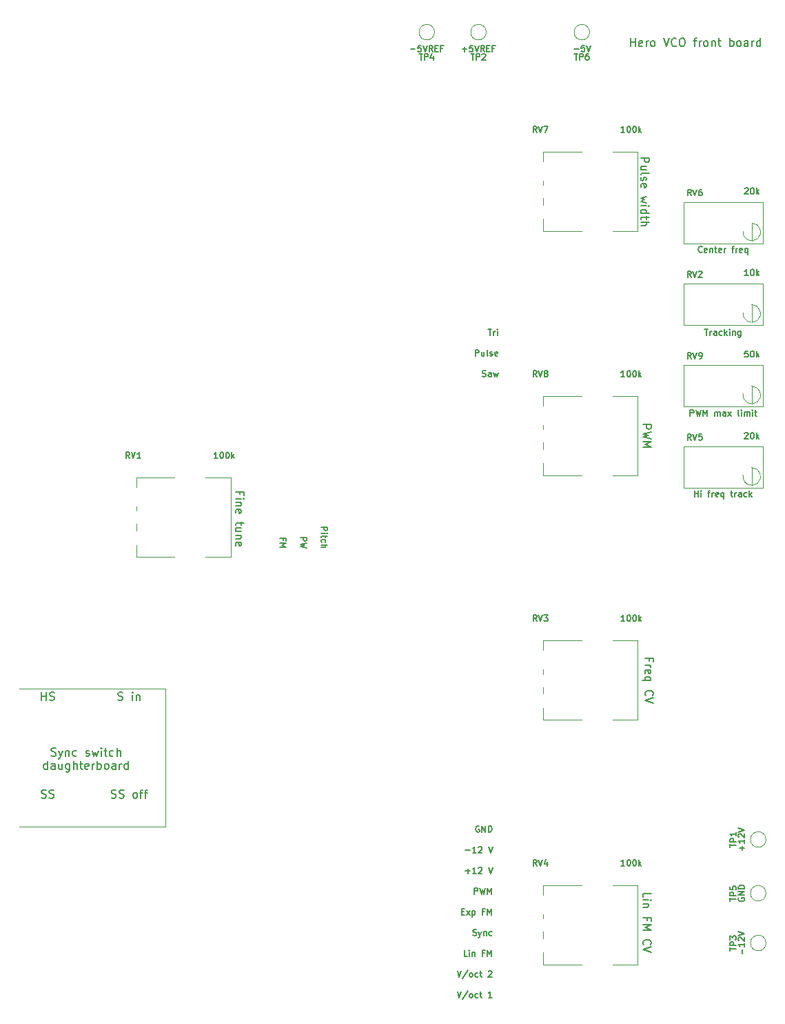
<source format=gto>
G04 #@! TF.GenerationSoftware,KiCad,Pcbnew,6.0.1-79c1e3a40b~116~ubuntu20.04.1*
G04 #@! TF.CreationDate,2022-01-30T07:26:04-05:00*
G04 #@! TF.ProjectId,herovco_front,6865726f-7663-46f5-9f66-726f6e742e6b,rev?*
G04 #@! TF.SameCoordinates,Original*
G04 #@! TF.FileFunction,Legend,Top*
G04 #@! TF.FilePolarity,Positive*
%FSLAX46Y46*%
G04 Gerber Fmt 4.6, Leading zero omitted, Abs format (unit mm)*
G04 Created by KiCad (PCBNEW 6.0.1-79c1e3a40b~116~ubuntu20.04.1) date 2022-01-30 07:26:04*
%MOMM*%
%LPD*%
G01*
G04 APERTURE LIST*
%ADD10C,0.120000*%
%ADD11C,0.150000*%
%ADD12C,0.100000*%
G04 APERTURE END LIST*
D10*
X121999997Y-119499997D02*
X103999997Y-119499997D01*
X121999997Y-136499997D02*
X103999997Y-136499997D01*
X121999997Y-119499997D02*
X121999997Y-136499997D01*
D11*
X186436282Y-86055282D02*
X186436282Y-85305282D01*
X186721997Y-85305282D01*
X186793425Y-85340997D01*
X186829139Y-85376711D01*
X186864854Y-85448139D01*
X186864854Y-85555282D01*
X186829139Y-85626711D01*
X186793425Y-85662425D01*
X186721997Y-85698139D01*
X186436282Y-85698139D01*
X187114854Y-85305282D02*
X187293425Y-86055282D01*
X187436282Y-85519568D01*
X187579139Y-86055282D01*
X187757711Y-85305282D01*
X188043425Y-86055282D02*
X188043425Y-85305282D01*
X188293425Y-85840997D01*
X188543425Y-85305282D01*
X188543425Y-86055282D01*
X189471997Y-86055282D02*
X189471997Y-85555282D01*
X189471997Y-85626711D02*
X189507711Y-85590997D01*
X189579139Y-85555282D01*
X189686282Y-85555282D01*
X189757711Y-85590997D01*
X189793425Y-85662425D01*
X189793425Y-86055282D01*
X189793425Y-85662425D02*
X189829139Y-85590997D01*
X189900568Y-85555282D01*
X190007711Y-85555282D01*
X190079139Y-85590997D01*
X190114854Y-85662425D01*
X190114854Y-86055282D01*
X190793425Y-86055282D02*
X190793425Y-85662425D01*
X190757711Y-85590997D01*
X190686282Y-85555282D01*
X190543425Y-85555282D01*
X190471997Y-85590997D01*
X190793425Y-86019568D02*
X190721997Y-86055282D01*
X190543425Y-86055282D01*
X190471997Y-86019568D01*
X190436282Y-85948139D01*
X190436282Y-85876711D01*
X190471997Y-85805282D01*
X190543425Y-85769568D01*
X190721997Y-85769568D01*
X190793425Y-85733854D01*
X191079139Y-86055282D02*
X191471997Y-85555282D01*
X191079139Y-85555282D02*
X191471997Y-86055282D01*
X192436282Y-86055282D02*
X192364854Y-86019568D01*
X192329139Y-85948139D01*
X192329139Y-85305282D01*
X192721997Y-86055282D02*
X192721997Y-85555282D01*
X192721997Y-85305282D02*
X192686282Y-85340997D01*
X192721997Y-85376711D01*
X192757711Y-85340997D01*
X192721997Y-85305282D01*
X192721997Y-85376711D01*
X193079139Y-86055282D02*
X193079139Y-85555282D01*
X193079139Y-85626711D02*
X193114854Y-85590997D01*
X193186282Y-85555282D01*
X193293425Y-85555282D01*
X193364854Y-85590997D01*
X193400568Y-85662425D01*
X193400568Y-86055282D01*
X193400568Y-85662425D02*
X193436282Y-85590997D01*
X193507711Y-85555282D01*
X193614854Y-85555282D01*
X193686282Y-85590997D01*
X193721997Y-85662425D01*
X193721997Y-86055282D01*
X194079139Y-86055282D02*
X194079139Y-85555282D01*
X194079139Y-85305282D02*
X194043425Y-85340997D01*
X194079139Y-85376711D01*
X194114854Y-85340997D01*
X194079139Y-85305282D01*
X194079139Y-85376711D01*
X194329139Y-85555282D02*
X194614854Y-85555282D01*
X194436282Y-85305282D02*
X194436282Y-85948139D01*
X194471997Y-86019568D01*
X194543425Y-86055282D01*
X194614854Y-86055282D01*
X136423568Y-101311068D02*
X136423568Y-101061068D01*
X136030711Y-101061068D02*
X136780711Y-101061068D01*
X136780711Y-101418211D01*
X136030711Y-101703925D02*
X136780711Y-101703925D01*
X136244997Y-101953925D01*
X136780711Y-102203925D01*
X136030711Y-102203925D01*
X115333330Y-132904758D02*
X115476187Y-132952377D01*
X115714282Y-132952377D01*
X115809520Y-132904758D01*
X115857139Y-132857139D01*
X115904758Y-132761901D01*
X115904758Y-132666663D01*
X115857139Y-132571425D01*
X115809520Y-132523806D01*
X115714282Y-132476187D01*
X115523806Y-132428568D01*
X115428568Y-132380949D01*
X115380949Y-132333330D01*
X115333330Y-132238092D01*
X115333330Y-132142854D01*
X115380949Y-132047616D01*
X115428568Y-131999997D01*
X115523806Y-131952377D01*
X115761901Y-131952377D01*
X115904758Y-131999997D01*
X116285711Y-132904758D02*
X116428568Y-132952377D01*
X116666663Y-132952377D01*
X116761901Y-132904758D01*
X116809520Y-132857139D01*
X116857139Y-132761901D01*
X116857139Y-132666663D01*
X116809520Y-132571425D01*
X116761901Y-132523806D01*
X116666663Y-132476187D01*
X116476187Y-132428568D01*
X116380949Y-132380949D01*
X116333330Y-132333330D01*
X116285711Y-132238092D01*
X116285711Y-132142854D01*
X116333330Y-132047616D01*
X116380949Y-131999997D01*
X116476187Y-131952377D01*
X116714282Y-131952377D01*
X116857139Y-131999997D01*
X118190473Y-132952377D02*
X118095235Y-132904758D01*
X118047616Y-132857139D01*
X117999997Y-132761901D01*
X117999997Y-132476187D01*
X118047616Y-132380949D01*
X118095235Y-132333330D01*
X118190473Y-132285711D01*
X118333330Y-132285711D01*
X118428568Y-132333330D01*
X118476187Y-132380949D01*
X118523806Y-132476187D01*
X118523806Y-132761901D01*
X118476187Y-132857139D01*
X118428568Y-132904758D01*
X118333330Y-132952377D01*
X118190473Y-132952377D01*
X118809520Y-132285711D02*
X119190473Y-132285711D01*
X118952377Y-132952377D02*
X118952377Y-132095235D01*
X118999997Y-131999997D01*
X119095235Y-131952377D01*
X119190473Y-131952377D01*
X119380949Y-132285711D02*
X119761901Y-132285711D01*
X119523806Y-132952377D02*
X119523806Y-132095235D01*
X119571425Y-131999997D01*
X119666663Y-131952377D01*
X119761901Y-131952377D01*
X159748211Y-149773568D02*
X159855354Y-149809282D01*
X160033925Y-149809282D01*
X160105354Y-149773568D01*
X160141068Y-149737854D01*
X160176782Y-149666425D01*
X160176782Y-149594997D01*
X160141068Y-149523568D01*
X160105354Y-149487854D01*
X160033925Y-149452139D01*
X159891068Y-149416425D01*
X159819639Y-149380711D01*
X159783925Y-149344997D01*
X159748211Y-149273568D01*
X159748211Y-149202139D01*
X159783925Y-149130711D01*
X159819639Y-149094997D01*
X159891068Y-149059282D01*
X160069639Y-149059282D01*
X160176782Y-149094997D01*
X160426782Y-149309282D02*
X160605354Y-149809282D01*
X160783925Y-149309282D02*
X160605354Y-149809282D01*
X160533925Y-149987854D01*
X160498211Y-150023568D01*
X160426782Y-150059282D01*
X161069639Y-149309282D02*
X161069639Y-149809282D01*
X161069639Y-149380711D02*
X161105354Y-149344997D01*
X161176782Y-149309282D01*
X161283925Y-149309282D01*
X161355354Y-149344997D01*
X161391068Y-149416425D01*
X161391068Y-149809282D01*
X162069639Y-149773568D02*
X161998211Y-149809282D01*
X161855354Y-149809282D01*
X161783925Y-149773568D01*
X161748211Y-149737854D01*
X161712497Y-149666425D01*
X161712497Y-149452139D01*
X161748211Y-149380711D01*
X161783925Y-149344997D01*
X161855354Y-149309282D01*
X161998211Y-149309282D01*
X162069639Y-149344997D01*
X187882711Y-65917854D02*
X187846997Y-65953568D01*
X187739854Y-65989282D01*
X187668425Y-65989282D01*
X187561282Y-65953568D01*
X187489854Y-65882139D01*
X187454139Y-65810711D01*
X187418425Y-65667854D01*
X187418425Y-65560711D01*
X187454139Y-65417854D01*
X187489854Y-65346425D01*
X187561282Y-65274997D01*
X187668425Y-65239282D01*
X187739854Y-65239282D01*
X187846997Y-65274997D01*
X187882711Y-65310711D01*
X188489854Y-65953568D02*
X188418425Y-65989282D01*
X188275568Y-65989282D01*
X188204139Y-65953568D01*
X188168425Y-65882139D01*
X188168425Y-65596425D01*
X188204139Y-65524997D01*
X188275568Y-65489282D01*
X188418425Y-65489282D01*
X188489854Y-65524997D01*
X188525568Y-65596425D01*
X188525568Y-65667854D01*
X188168425Y-65739282D01*
X188846997Y-65489282D02*
X188846997Y-65989282D01*
X188846997Y-65560711D02*
X188882711Y-65524997D01*
X188954139Y-65489282D01*
X189061282Y-65489282D01*
X189132711Y-65524997D01*
X189168425Y-65596425D01*
X189168425Y-65989282D01*
X189418425Y-65489282D02*
X189704139Y-65489282D01*
X189525568Y-65239282D02*
X189525568Y-65882139D01*
X189561282Y-65953568D01*
X189632711Y-65989282D01*
X189704139Y-65989282D01*
X190239854Y-65953568D02*
X190168425Y-65989282D01*
X190025568Y-65989282D01*
X189954139Y-65953568D01*
X189918425Y-65882139D01*
X189918425Y-65596425D01*
X189954139Y-65524997D01*
X190025568Y-65489282D01*
X190168425Y-65489282D01*
X190239854Y-65524997D01*
X190275568Y-65596425D01*
X190275568Y-65667854D01*
X189918425Y-65739282D01*
X190596997Y-65989282D02*
X190596997Y-65489282D01*
X190596997Y-65632139D02*
X190632711Y-65560711D01*
X190668425Y-65524997D01*
X190739854Y-65489282D01*
X190811282Y-65489282D01*
X191525568Y-65489282D02*
X191811282Y-65489282D01*
X191632711Y-65989282D02*
X191632711Y-65346425D01*
X191668425Y-65274997D01*
X191739854Y-65239282D01*
X191811282Y-65239282D01*
X192061282Y-65989282D02*
X192061282Y-65489282D01*
X192061282Y-65632139D02*
X192096997Y-65560711D01*
X192132711Y-65524997D01*
X192204139Y-65489282D01*
X192275568Y-65489282D01*
X192811282Y-65953568D02*
X192739854Y-65989282D01*
X192596997Y-65989282D01*
X192525568Y-65953568D01*
X192489854Y-65882139D01*
X192489854Y-65596425D01*
X192525568Y-65524997D01*
X192596997Y-65489282D01*
X192739854Y-65489282D01*
X192811282Y-65524997D01*
X192846997Y-65596425D01*
X192846997Y-65667854D01*
X192489854Y-65739282D01*
X193489854Y-65489282D02*
X193489854Y-66239282D01*
X193489854Y-65953568D02*
X193418425Y-65989282D01*
X193275568Y-65989282D01*
X193204139Y-65953568D01*
X193168425Y-65917854D01*
X193132711Y-65846425D01*
X193132711Y-65632139D01*
X193168425Y-65560711D01*
X193204139Y-65524997D01*
X193275568Y-65489282D01*
X193418425Y-65489282D01*
X193489854Y-65524997D01*
X180621616Y-145128568D02*
X180621616Y-144652377D01*
X181621616Y-144652377D01*
X180621616Y-145461901D02*
X181288282Y-145461901D01*
X181621616Y-145461901D02*
X181573997Y-145414282D01*
X181526377Y-145461901D01*
X181573997Y-145509520D01*
X181621616Y-145461901D01*
X181526377Y-145461901D01*
X181288282Y-145938092D02*
X180621616Y-145938092D01*
X181193044Y-145938092D02*
X181240663Y-145985711D01*
X181288282Y-146080949D01*
X181288282Y-146223806D01*
X181240663Y-146319044D01*
X181145425Y-146366663D01*
X180621616Y-146366663D01*
X181145425Y-147938092D02*
X181145425Y-147604758D01*
X180621616Y-147604758D02*
X181621616Y-147604758D01*
X181621616Y-148080949D01*
X180621616Y-148461901D02*
X181621616Y-148461901D01*
X180907330Y-148795235D01*
X181621616Y-149128568D01*
X180621616Y-149128568D01*
X180716854Y-150938092D02*
X180669235Y-150890473D01*
X180621616Y-150747616D01*
X180621616Y-150652377D01*
X180669235Y-150509520D01*
X180764473Y-150414282D01*
X180859711Y-150366663D01*
X181050187Y-150319044D01*
X181193044Y-150319044D01*
X181383520Y-150366663D01*
X181478758Y-150414282D01*
X181573997Y-150509520D01*
X181621616Y-150652377D01*
X181621616Y-150747616D01*
X181573997Y-150890473D01*
X181526377Y-150938092D01*
X181621616Y-151223806D02*
X180621616Y-151557139D01*
X181621616Y-151890473D01*
X157819639Y-156679282D02*
X158069639Y-157429282D01*
X158319639Y-156679282D01*
X159105354Y-156643568D02*
X158462497Y-157607854D01*
X159462497Y-157429282D02*
X159391068Y-157393568D01*
X159355354Y-157357854D01*
X159319639Y-157286425D01*
X159319639Y-157072139D01*
X159355354Y-157000711D01*
X159391068Y-156964997D01*
X159462497Y-156929282D01*
X159569639Y-156929282D01*
X159641068Y-156964997D01*
X159676782Y-157000711D01*
X159712497Y-157072139D01*
X159712497Y-157286425D01*
X159676782Y-157357854D01*
X159641068Y-157393568D01*
X159569639Y-157429282D01*
X159462497Y-157429282D01*
X160355354Y-157393568D02*
X160283925Y-157429282D01*
X160141068Y-157429282D01*
X160069639Y-157393568D01*
X160033925Y-157357854D01*
X159998211Y-157286425D01*
X159998211Y-157072139D01*
X160033925Y-157000711D01*
X160069639Y-156964997D01*
X160141068Y-156929282D01*
X160283925Y-156929282D01*
X160355354Y-156964997D01*
X160569639Y-156929282D02*
X160855354Y-156929282D01*
X160676782Y-156679282D02*
X160676782Y-157322139D01*
X160712497Y-157393568D01*
X160783925Y-157429282D01*
X160855354Y-157429282D01*
X162069639Y-157429282D02*
X161641068Y-157429282D01*
X161855354Y-157429282D02*
X161855354Y-156679282D01*
X161783925Y-156786425D01*
X161712497Y-156857854D01*
X161641068Y-156893568D01*
X160498211Y-136394997D02*
X160426782Y-136359282D01*
X160319639Y-136359282D01*
X160212497Y-136394997D01*
X160141068Y-136466425D01*
X160105354Y-136537854D01*
X160069639Y-136680711D01*
X160069639Y-136787854D01*
X160105354Y-136930711D01*
X160141068Y-137002139D01*
X160212497Y-137073568D01*
X160319639Y-137109282D01*
X160391068Y-137109282D01*
X160498211Y-137073568D01*
X160533925Y-137037854D01*
X160533925Y-136787854D01*
X160391068Y-136787854D01*
X160855354Y-137109282D02*
X160855354Y-136359282D01*
X161283925Y-137109282D01*
X161283925Y-136359282D01*
X161641068Y-137109282D02*
X161641068Y-136359282D01*
X161819639Y-136359282D01*
X161926782Y-136394997D01*
X161998211Y-136466425D01*
X162033925Y-136537854D01*
X162069639Y-136680711D01*
X162069639Y-136787854D01*
X162033925Y-136930711D01*
X161998211Y-137002139D01*
X161926782Y-137073568D01*
X161819639Y-137109282D01*
X161641068Y-137109282D01*
X106738092Y-120952377D02*
X106738092Y-119952377D01*
X106738092Y-120428568D02*
X107309520Y-120428568D01*
X107309520Y-120952377D02*
X107309520Y-119952377D01*
X107738092Y-120904758D02*
X107880949Y-120952377D01*
X108119044Y-120952377D01*
X108214282Y-120904758D01*
X108261901Y-120857139D01*
X108309520Y-120761901D01*
X108309520Y-120666663D01*
X108261901Y-120571425D01*
X108214282Y-120523806D01*
X108119044Y-120476187D01*
X107928568Y-120428568D01*
X107833330Y-120380949D01*
X107785711Y-120333330D01*
X107738092Y-120238092D01*
X107738092Y-120142854D01*
X107785711Y-120047616D01*
X107833330Y-119999997D01*
X107928568Y-119952377D01*
X108166663Y-119952377D01*
X108309520Y-119999997D01*
X131107425Y-95693806D02*
X131107425Y-95360473D01*
X130583616Y-95360473D02*
X131583616Y-95360473D01*
X131583616Y-95836663D01*
X130583616Y-96217616D02*
X131250282Y-96217616D01*
X131583616Y-96217616D02*
X131535997Y-96169997D01*
X131488377Y-96217616D01*
X131535997Y-96265235D01*
X131583616Y-96217616D01*
X131488377Y-96217616D01*
X131250282Y-96693806D02*
X130583616Y-96693806D01*
X131155044Y-96693806D02*
X131202663Y-96741425D01*
X131250282Y-96836663D01*
X131250282Y-96979520D01*
X131202663Y-97074758D01*
X131107425Y-97122377D01*
X130583616Y-97122377D01*
X130631235Y-97979520D02*
X130583616Y-97884282D01*
X130583616Y-97693806D01*
X130631235Y-97598568D01*
X130726473Y-97550949D01*
X131107425Y-97550949D01*
X131202663Y-97598568D01*
X131250282Y-97693806D01*
X131250282Y-97884282D01*
X131202663Y-97979520D01*
X131107425Y-98027139D01*
X131012187Y-98027139D01*
X130916949Y-97550949D01*
X131250282Y-99074758D02*
X131250282Y-99455711D01*
X131583616Y-99217616D02*
X130726473Y-99217616D01*
X130631235Y-99265235D01*
X130583616Y-99360473D01*
X130583616Y-99455711D01*
X131250282Y-100217616D02*
X130583616Y-100217616D01*
X131250282Y-99789044D02*
X130726473Y-99789044D01*
X130631235Y-99836663D01*
X130583616Y-99931901D01*
X130583616Y-100074758D01*
X130631235Y-100169997D01*
X130678854Y-100217616D01*
X131250282Y-100693806D02*
X130583616Y-100693806D01*
X131155044Y-100693806D02*
X131202663Y-100741425D01*
X131250282Y-100836663D01*
X131250282Y-100979520D01*
X131202663Y-101074758D01*
X131107425Y-101122377D01*
X130583616Y-101122377D01*
X130631235Y-101979520D02*
X130583616Y-101884282D01*
X130583616Y-101693806D01*
X130631235Y-101598568D01*
X130726473Y-101550949D01*
X131107425Y-101550949D01*
X131202663Y-101598568D01*
X131250282Y-101693806D01*
X131250282Y-101884282D01*
X131202663Y-101979520D01*
X131107425Y-102027139D01*
X131012187Y-102027139D01*
X130916949Y-101550949D01*
X138570711Y-100953925D02*
X139320711Y-100953925D01*
X139320711Y-101239639D01*
X139284997Y-101311068D01*
X139249282Y-101346782D01*
X139177854Y-101382497D01*
X139070711Y-101382497D01*
X138999282Y-101346782D01*
X138963568Y-101311068D01*
X138927854Y-101239639D01*
X138927854Y-100953925D01*
X139320711Y-101632497D02*
X138570711Y-101811068D01*
X139106425Y-101953925D01*
X138570711Y-102096782D01*
X139320711Y-102275354D01*
X160906782Y-81193568D02*
X161013925Y-81229282D01*
X161192497Y-81229282D01*
X161263925Y-81193568D01*
X161299639Y-81157854D01*
X161335354Y-81086425D01*
X161335354Y-81014997D01*
X161299639Y-80943568D01*
X161263925Y-80907854D01*
X161192497Y-80872139D01*
X161049639Y-80836425D01*
X160978211Y-80800711D01*
X160942497Y-80764997D01*
X160906782Y-80693568D01*
X160906782Y-80622139D01*
X160942497Y-80550711D01*
X160978211Y-80514997D01*
X161049639Y-80479282D01*
X161228211Y-80479282D01*
X161335354Y-80514997D01*
X161978211Y-81229282D02*
X161978211Y-80836425D01*
X161942497Y-80764997D01*
X161871068Y-80729282D01*
X161728211Y-80729282D01*
X161656782Y-80764997D01*
X161978211Y-81193568D02*
X161906782Y-81229282D01*
X161728211Y-81229282D01*
X161656782Y-81193568D01*
X161621068Y-81122139D01*
X161621068Y-81050711D01*
X161656782Y-80979282D01*
X161728211Y-80943568D01*
X161906782Y-80943568D01*
X161978211Y-80907854D01*
X162263925Y-80729282D02*
X162406782Y-81229282D01*
X162549639Y-80872139D01*
X162692497Y-81229282D01*
X162835354Y-80729282D01*
X106738092Y-132904758D02*
X106880949Y-132952377D01*
X107119044Y-132952377D01*
X107214282Y-132904758D01*
X107261901Y-132857139D01*
X107309520Y-132761901D01*
X107309520Y-132666663D01*
X107261901Y-132571425D01*
X107214282Y-132523806D01*
X107119044Y-132476187D01*
X106928568Y-132428568D01*
X106833330Y-132380949D01*
X106785711Y-132333330D01*
X106738092Y-132238092D01*
X106738092Y-132142854D01*
X106785711Y-132047616D01*
X106833330Y-131999997D01*
X106928568Y-131952377D01*
X107166663Y-131952377D01*
X107309520Y-131999997D01*
X107690473Y-132904758D02*
X107833330Y-132952377D01*
X108071425Y-132952377D01*
X108166663Y-132904758D01*
X108214282Y-132857139D01*
X108261901Y-132761901D01*
X108261901Y-132666663D01*
X108214282Y-132571425D01*
X108166663Y-132523806D01*
X108071425Y-132476187D01*
X107880949Y-132428568D01*
X107785711Y-132380949D01*
X107738092Y-132333330D01*
X107690473Y-132238092D01*
X107690473Y-132142854D01*
X107738092Y-132047616D01*
X107785711Y-131999997D01*
X107880949Y-131952377D01*
X108119044Y-131952377D01*
X108261901Y-131999997D01*
X158819639Y-139363568D02*
X159391068Y-139363568D01*
X160141068Y-139649282D02*
X159712497Y-139649282D01*
X159926782Y-139649282D02*
X159926782Y-138899282D01*
X159855354Y-139006425D01*
X159783925Y-139077854D01*
X159712497Y-139113568D01*
X160426782Y-138970711D02*
X160462497Y-138934997D01*
X160533925Y-138899282D01*
X160712497Y-138899282D01*
X160783925Y-138934997D01*
X160819639Y-138970711D01*
X160855354Y-139042139D01*
X160855354Y-139113568D01*
X160819639Y-139220711D01*
X160391068Y-139649282D01*
X160855354Y-139649282D01*
X161641068Y-138899282D02*
X161891068Y-139649282D01*
X162141068Y-138899282D01*
X157819639Y-154139282D02*
X158069639Y-154889282D01*
X158319639Y-154139282D01*
X159105354Y-154103568D02*
X158462497Y-155067854D01*
X159462497Y-154889282D02*
X159391068Y-154853568D01*
X159355354Y-154817854D01*
X159319639Y-154746425D01*
X159319639Y-154532139D01*
X159355354Y-154460711D01*
X159391068Y-154424997D01*
X159462497Y-154389282D01*
X159569639Y-154389282D01*
X159641068Y-154424997D01*
X159676782Y-154460711D01*
X159712497Y-154532139D01*
X159712497Y-154746425D01*
X159676782Y-154817854D01*
X159641068Y-154853568D01*
X159569639Y-154889282D01*
X159462497Y-154889282D01*
X160355354Y-154853568D02*
X160283925Y-154889282D01*
X160141068Y-154889282D01*
X160069639Y-154853568D01*
X160033925Y-154817854D01*
X159998211Y-154746425D01*
X159998211Y-154532139D01*
X160033925Y-154460711D01*
X160069639Y-154424997D01*
X160141068Y-154389282D01*
X160283925Y-154389282D01*
X160355354Y-154424997D01*
X160569639Y-154389282D02*
X160855354Y-154389282D01*
X160676782Y-154139282D02*
X160676782Y-154782139D01*
X160712497Y-154853568D01*
X160783925Y-154889282D01*
X160855354Y-154889282D01*
X161641068Y-154210711D02*
X161676782Y-154174997D01*
X161748211Y-154139282D01*
X161926782Y-154139282D01*
X161998211Y-154174997D01*
X162033925Y-154210711D01*
X162069639Y-154282139D01*
X162069639Y-154353568D01*
X162033925Y-154460711D01*
X161605354Y-154889282D01*
X162069639Y-154889282D01*
X159033925Y-152349282D02*
X158676782Y-152349282D01*
X158676782Y-151599282D01*
X159283925Y-152349282D02*
X159283925Y-151849282D01*
X159283925Y-151599282D02*
X159248211Y-151634997D01*
X159283925Y-151670711D01*
X159319639Y-151634997D01*
X159283925Y-151599282D01*
X159283925Y-151670711D01*
X159641068Y-151849282D02*
X159641068Y-152349282D01*
X159641068Y-151920711D02*
X159676782Y-151884997D01*
X159748211Y-151849282D01*
X159855354Y-151849282D01*
X159926782Y-151884997D01*
X159962497Y-151956425D01*
X159962497Y-152349282D01*
X161141068Y-151956425D02*
X160891068Y-151956425D01*
X160891068Y-152349282D02*
X160891068Y-151599282D01*
X161248211Y-151599282D01*
X161533925Y-152349282D02*
X161533925Y-151599282D01*
X161783925Y-152134997D01*
X162033925Y-151599282D01*
X162033925Y-152349282D01*
X116142854Y-120904758D02*
X116285711Y-120952377D01*
X116523806Y-120952377D01*
X116619044Y-120904758D01*
X116666663Y-120857139D01*
X116714282Y-120761901D01*
X116714282Y-120666663D01*
X116666663Y-120571425D01*
X116619044Y-120523806D01*
X116523806Y-120476187D01*
X116333330Y-120428568D01*
X116238092Y-120380949D01*
X116190473Y-120333330D01*
X116142854Y-120238092D01*
X116142854Y-120142854D01*
X116190473Y-120047616D01*
X116238092Y-119999997D01*
X116333330Y-119952377D01*
X116571425Y-119952377D01*
X116714282Y-119999997D01*
X117904758Y-120952377D02*
X117904758Y-120285711D01*
X117904758Y-119952377D02*
X117857139Y-119999997D01*
X117904758Y-120047616D01*
X117952377Y-119999997D01*
X117904758Y-119952377D01*
X117904758Y-120047616D01*
X118380949Y-120285711D02*
X118380949Y-120952377D01*
X118380949Y-120380949D02*
X118428568Y-120333330D01*
X118523806Y-120285711D01*
X118666663Y-120285711D01*
X118761901Y-120333330D01*
X118809520Y-120428568D01*
X118809520Y-120952377D01*
X158819639Y-141903568D02*
X159391068Y-141903568D01*
X159105354Y-142189282D02*
X159105354Y-141617854D01*
X160141068Y-142189282D02*
X159712497Y-142189282D01*
X159926782Y-142189282D02*
X159926782Y-141439282D01*
X159855354Y-141546425D01*
X159783925Y-141617854D01*
X159712497Y-141653568D01*
X160426782Y-141510711D02*
X160462497Y-141474997D01*
X160533925Y-141439282D01*
X160712497Y-141439282D01*
X160783925Y-141474997D01*
X160819639Y-141510711D01*
X160855354Y-141582139D01*
X160855354Y-141653568D01*
X160819639Y-141760711D01*
X160391068Y-142189282D01*
X160855354Y-142189282D01*
X161641068Y-141439282D02*
X161891068Y-142189282D01*
X162141068Y-141439282D01*
X186989854Y-95961282D02*
X186989854Y-95211282D01*
X186989854Y-95568425D02*
X187418425Y-95568425D01*
X187418425Y-95961282D02*
X187418425Y-95211282D01*
X187775568Y-95961282D02*
X187775568Y-95461282D01*
X187775568Y-95211282D02*
X187739854Y-95246997D01*
X187775568Y-95282711D01*
X187811282Y-95246997D01*
X187775568Y-95211282D01*
X187775568Y-95282711D01*
X188596997Y-95461282D02*
X188882711Y-95461282D01*
X188704139Y-95961282D02*
X188704139Y-95318425D01*
X188739854Y-95246997D01*
X188811282Y-95211282D01*
X188882711Y-95211282D01*
X189132711Y-95961282D02*
X189132711Y-95461282D01*
X189132711Y-95604139D02*
X189168425Y-95532711D01*
X189204139Y-95496997D01*
X189275568Y-95461282D01*
X189346997Y-95461282D01*
X189882711Y-95925568D02*
X189811282Y-95961282D01*
X189668425Y-95961282D01*
X189596997Y-95925568D01*
X189561282Y-95854139D01*
X189561282Y-95568425D01*
X189596997Y-95496997D01*
X189668425Y-95461282D01*
X189811282Y-95461282D01*
X189882711Y-95496997D01*
X189918425Y-95568425D01*
X189918425Y-95639854D01*
X189561282Y-95711282D01*
X190561282Y-95461282D02*
X190561282Y-96211282D01*
X190561282Y-95925568D02*
X190489854Y-95961282D01*
X190346997Y-95961282D01*
X190275568Y-95925568D01*
X190239854Y-95889854D01*
X190204139Y-95818425D01*
X190204139Y-95604139D01*
X190239854Y-95532711D01*
X190275568Y-95496997D01*
X190346997Y-95461282D01*
X190489854Y-95461282D01*
X190561282Y-95496997D01*
X191382711Y-95461282D02*
X191668425Y-95461282D01*
X191489854Y-95211282D02*
X191489854Y-95854139D01*
X191525568Y-95925568D01*
X191596997Y-95961282D01*
X191668425Y-95961282D01*
X191918425Y-95961282D02*
X191918425Y-95461282D01*
X191918425Y-95604139D02*
X191954139Y-95532711D01*
X191989854Y-95496997D01*
X192061282Y-95461282D01*
X192132711Y-95461282D01*
X192704139Y-95961282D02*
X192704139Y-95568425D01*
X192668425Y-95496997D01*
X192596997Y-95461282D01*
X192454139Y-95461282D01*
X192382711Y-95496997D01*
X192704139Y-95925568D02*
X192632711Y-95961282D01*
X192454139Y-95961282D01*
X192382711Y-95925568D01*
X192346997Y-95854139D01*
X192346997Y-95782711D01*
X192382711Y-95711282D01*
X192454139Y-95675568D01*
X192632711Y-95675568D01*
X192704139Y-95639854D01*
X193382711Y-95925568D02*
X193311282Y-95961282D01*
X193168425Y-95961282D01*
X193096997Y-95925568D01*
X193061282Y-95889854D01*
X193025568Y-95818425D01*
X193025568Y-95604139D01*
X193061282Y-95532711D01*
X193096997Y-95496997D01*
X193168425Y-95461282D01*
X193311282Y-95461282D01*
X193382711Y-95496997D01*
X193704139Y-95961282D02*
X193704139Y-95211282D01*
X193775568Y-95675568D02*
X193989854Y-95961282D01*
X193989854Y-95461282D02*
X193704139Y-95746997D01*
X141110711Y-99703925D02*
X141860711Y-99703925D01*
X141860711Y-99989639D01*
X141824997Y-100061068D01*
X141789282Y-100096782D01*
X141717854Y-100132497D01*
X141610711Y-100132497D01*
X141539282Y-100096782D01*
X141503568Y-100061068D01*
X141467854Y-99989639D01*
X141467854Y-99703925D01*
X141110711Y-100453925D02*
X141610711Y-100453925D01*
X141860711Y-100453925D02*
X141824997Y-100418211D01*
X141789282Y-100453925D01*
X141824997Y-100489639D01*
X141860711Y-100453925D01*
X141789282Y-100453925D01*
X141610711Y-100703925D02*
X141610711Y-100989639D01*
X141860711Y-100811068D02*
X141217854Y-100811068D01*
X141146425Y-100846782D01*
X141110711Y-100918211D01*
X141110711Y-100989639D01*
X141146425Y-101561068D02*
X141110711Y-101489639D01*
X141110711Y-101346782D01*
X141146425Y-101275354D01*
X141182139Y-101239639D01*
X141253568Y-101203925D01*
X141467854Y-101203925D01*
X141539282Y-101239639D01*
X141574997Y-101275354D01*
X141610711Y-101346782D01*
X141610711Y-101489639D01*
X141574997Y-101561068D01*
X141110711Y-101882497D02*
X141860711Y-101882497D01*
X141110711Y-102203925D02*
X141503568Y-102203925D01*
X141574997Y-102168211D01*
X141610711Y-102096782D01*
X141610711Y-101989639D01*
X141574997Y-101918211D01*
X141539282Y-101882497D01*
X158355354Y-146876425D02*
X158605354Y-146876425D01*
X158712497Y-147269282D02*
X158355354Y-147269282D01*
X158355354Y-146519282D01*
X158712497Y-146519282D01*
X158962497Y-147269282D02*
X159355354Y-146769282D01*
X158962497Y-146769282D02*
X159355354Y-147269282D01*
X159641068Y-146769282D02*
X159641068Y-147519282D01*
X159641068Y-146804997D02*
X159712497Y-146769282D01*
X159855354Y-146769282D01*
X159926782Y-146804997D01*
X159962497Y-146840711D01*
X159998211Y-146912139D01*
X159998211Y-147126425D01*
X159962497Y-147197854D01*
X159926782Y-147233568D01*
X159855354Y-147269282D01*
X159712497Y-147269282D01*
X159641068Y-147233568D01*
X161141068Y-146876425D02*
X160891068Y-146876425D01*
X160891068Y-147269282D02*
X160891068Y-146519282D01*
X161248211Y-146519282D01*
X161533925Y-147269282D02*
X161533925Y-146519282D01*
X161783925Y-147054997D01*
X162033925Y-146519282D01*
X162033925Y-147269282D01*
X188204139Y-75399282D02*
X188632711Y-75399282D01*
X188418425Y-76149282D02*
X188418425Y-75399282D01*
X188882711Y-76149282D02*
X188882711Y-75649282D01*
X188882711Y-75792139D02*
X188918425Y-75720711D01*
X188954139Y-75684997D01*
X189025568Y-75649282D01*
X189096997Y-75649282D01*
X189668425Y-76149282D02*
X189668425Y-75756425D01*
X189632711Y-75684997D01*
X189561282Y-75649282D01*
X189418425Y-75649282D01*
X189346997Y-75684997D01*
X189668425Y-76113568D02*
X189596997Y-76149282D01*
X189418425Y-76149282D01*
X189346997Y-76113568D01*
X189311282Y-76042139D01*
X189311282Y-75970711D01*
X189346997Y-75899282D01*
X189418425Y-75863568D01*
X189596997Y-75863568D01*
X189668425Y-75827854D01*
X190346997Y-76113568D02*
X190275568Y-76149282D01*
X190132711Y-76149282D01*
X190061282Y-76113568D01*
X190025568Y-76077854D01*
X189989854Y-76006425D01*
X189989854Y-75792139D01*
X190025568Y-75720711D01*
X190061282Y-75684997D01*
X190132711Y-75649282D01*
X190275568Y-75649282D01*
X190346997Y-75684997D01*
X190668425Y-76149282D02*
X190668425Y-75399282D01*
X190739854Y-75863568D02*
X190954139Y-76149282D01*
X190954139Y-75649282D02*
X190668425Y-75934997D01*
X191275568Y-76149282D02*
X191275568Y-75649282D01*
X191275568Y-75399282D02*
X191239854Y-75434997D01*
X191275568Y-75470711D01*
X191311282Y-75434997D01*
X191275568Y-75399282D01*
X191275568Y-75470711D01*
X191632711Y-75649282D02*
X191632711Y-76149282D01*
X191632711Y-75720711D02*
X191668425Y-75684997D01*
X191739854Y-75649282D01*
X191846997Y-75649282D01*
X191918425Y-75684997D01*
X191954139Y-75756425D01*
X191954139Y-76149282D01*
X192632711Y-75649282D02*
X192632711Y-76256425D01*
X192596997Y-76327854D01*
X192561282Y-76363568D01*
X192489854Y-76399282D01*
X192382711Y-76399282D01*
X192311282Y-76363568D01*
X192632711Y-76113568D02*
X192561282Y-76149282D01*
X192418425Y-76149282D01*
X192346997Y-76113568D01*
X192311282Y-76077854D01*
X192275568Y-76006425D01*
X192275568Y-75792139D01*
X192311282Y-75720711D01*
X192346997Y-75684997D01*
X192418425Y-75649282D01*
X192561282Y-75649282D01*
X192632711Y-75684997D01*
X180367616Y-54395139D02*
X181367616Y-54395139D01*
X181367616Y-54776092D01*
X181319997Y-54871330D01*
X181272377Y-54918949D01*
X181177139Y-54966568D01*
X181034282Y-54966568D01*
X180939044Y-54918949D01*
X180891425Y-54871330D01*
X180843806Y-54776092D01*
X180843806Y-54395139D01*
X181034282Y-55823711D02*
X180367616Y-55823711D01*
X181034282Y-55395139D02*
X180510473Y-55395139D01*
X180415235Y-55442758D01*
X180367616Y-55537997D01*
X180367616Y-55680854D01*
X180415235Y-55776092D01*
X180462854Y-55823711D01*
X180367616Y-56442758D02*
X180415235Y-56347520D01*
X180510473Y-56299901D01*
X181367616Y-56299901D01*
X180415235Y-56776092D02*
X180367616Y-56871330D01*
X180367616Y-57061806D01*
X180415235Y-57157044D01*
X180510473Y-57204663D01*
X180558092Y-57204663D01*
X180653330Y-57157044D01*
X180700949Y-57061806D01*
X180700949Y-56918949D01*
X180748568Y-56823711D01*
X180843806Y-56776092D01*
X180891425Y-56776092D01*
X180986663Y-56823711D01*
X181034282Y-56918949D01*
X181034282Y-57061806D01*
X180986663Y-57157044D01*
X180415235Y-58014187D02*
X180367616Y-57918949D01*
X180367616Y-57728473D01*
X180415235Y-57633235D01*
X180510473Y-57585616D01*
X180891425Y-57585616D01*
X180986663Y-57633235D01*
X181034282Y-57728473D01*
X181034282Y-57918949D01*
X180986663Y-58014187D01*
X180891425Y-58061806D01*
X180796187Y-58061806D01*
X180700949Y-57585616D01*
X181034282Y-59157044D02*
X180367616Y-59347520D01*
X180843806Y-59537997D01*
X180367616Y-59728473D01*
X181034282Y-59918949D01*
X180367616Y-60299901D02*
X181034282Y-60299901D01*
X181367616Y-60299901D02*
X181319997Y-60252282D01*
X181272377Y-60299901D01*
X181319997Y-60347520D01*
X181367616Y-60299901D01*
X181272377Y-60299901D01*
X180367616Y-61204663D02*
X181367616Y-61204663D01*
X180415235Y-61204663D02*
X180367616Y-61109425D01*
X180367616Y-60918949D01*
X180415235Y-60823711D01*
X180462854Y-60776092D01*
X180558092Y-60728473D01*
X180843806Y-60728473D01*
X180939044Y-60776092D01*
X180986663Y-60823711D01*
X181034282Y-60918949D01*
X181034282Y-61109425D01*
X180986663Y-61204663D01*
X181034282Y-61537997D02*
X181034282Y-61918949D01*
X181367616Y-61680854D02*
X180510473Y-61680854D01*
X180415235Y-61728473D01*
X180367616Y-61823711D01*
X180367616Y-61918949D01*
X180367616Y-62252282D02*
X181367616Y-62252282D01*
X180367616Y-62680854D02*
X180891425Y-62680854D01*
X180986663Y-62633235D01*
X181034282Y-62537997D01*
X181034282Y-62395139D01*
X180986663Y-62299901D01*
X180939044Y-62252282D01*
X181399425Y-116124854D02*
X181399425Y-115791520D01*
X180875616Y-115791520D02*
X181875616Y-115791520D01*
X181875616Y-116267711D01*
X180875616Y-116648663D02*
X181542282Y-116648663D01*
X181351806Y-116648663D02*
X181447044Y-116696282D01*
X181494663Y-116743901D01*
X181542282Y-116839139D01*
X181542282Y-116934377D01*
X180923235Y-117648663D02*
X180875616Y-117553425D01*
X180875616Y-117362949D01*
X180923235Y-117267711D01*
X181018473Y-117220092D01*
X181399425Y-117220092D01*
X181494663Y-117267711D01*
X181542282Y-117362949D01*
X181542282Y-117553425D01*
X181494663Y-117648663D01*
X181399425Y-117696282D01*
X181304187Y-117696282D01*
X181208949Y-117220092D01*
X181542282Y-118553425D02*
X180542282Y-118553425D01*
X180923235Y-118553425D02*
X180875616Y-118458187D01*
X180875616Y-118267711D01*
X180923235Y-118172473D01*
X180970854Y-118124854D01*
X181066092Y-118077235D01*
X181351806Y-118077235D01*
X181447044Y-118124854D01*
X181494663Y-118172473D01*
X181542282Y-118267711D01*
X181542282Y-118458187D01*
X181494663Y-118553425D01*
X180970854Y-120362949D02*
X180923235Y-120315330D01*
X180875616Y-120172473D01*
X180875616Y-120077235D01*
X180923235Y-119934377D01*
X181018473Y-119839139D01*
X181113711Y-119791520D01*
X181304187Y-119743901D01*
X181447044Y-119743901D01*
X181637520Y-119791520D01*
X181732758Y-119839139D01*
X181827997Y-119934377D01*
X181875616Y-120077235D01*
X181875616Y-120172473D01*
X181827997Y-120315330D01*
X181780377Y-120362949D01*
X181875616Y-120648663D02*
X180875616Y-120981997D01*
X181875616Y-121315330D01*
X179113806Y-40712377D02*
X179113806Y-39712377D01*
X179113806Y-40188568D02*
X179685235Y-40188568D01*
X179685235Y-40712377D02*
X179685235Y-39712377D01*
X180542377Y-40664758D02*
X180447139Y-40712377D01*
X180256663Y-40712377D01*
X180161425Y-40664758D01*
X180113806Y-40569520D01*
X180113806Y-40188568D01*
X180161425Y-40093330D01*
X180256663Y-40045711D01*
X180447139Y-40045711D01*
X180542377Y-40093330D01*
X180589997Y-40188568D01*
X180589997Y-40283806D01*
X180113806Y-40379044D01*
X181018568Y-40712377D02*
X181018568Y-40045711D01*
X181018568Y-40236187D02*
X181066187Y-40140949D01*
X181113806Y-40093330D01*
X181209044Y-40045711D01*
X181304282Y-40045711D01*
X181780473Y-40712377D02*
X181685235Y-40664758D01*
X181637616Y-40617139D01*
X181589997Y-40521901D01*
X181589997Y-40236187D01*
X181637616Y-40140949D01*
X181685235Y-40093330D01*
X181780473Y-40045711D01*
X181923330Y-40045711D01*
X182018568Y-40093330D01*
X182066187Y-40140949D01*
X182113806Y-40236187D01*
X182113806Y-40521901D01*
X182066187Y-40617139D01*
X182018568Y-40664758D01*
X181923330Y-40712377D01*
X181780473Y-40712377D01*
X183161425Y-39712377D02*
X183494758Y-40712377D01*
X183828092Y-39712377D01*
X184732854Y-40617139D02*
X184685235Y-40664758D01*
X184542377Y-40712377D01*
X184447139Y-40712377D01*
X184304282Y-40664758D01*
X184209044Y-40569520D01*
X184161425Y-40474282D01*
X184113806Y-40283806D01*
X184113806Y-40140949D01*
X184161425Y-39950473D01*
X184209044Y-39855235D01*
X184304282Y-39759997D01*
X184447139Y-39712377D01*
X184542377Y-39712377D01*
X184685235Y-39759997D01*
X184732854Y-39807616D01*
X185351901Y-39712377D02*
X185542377Y-39712377D01*
X185637616Y-39759997D01*
X185732854Y-39855235D01*
X185780473Y-40045711D01*
X185780473Y-40379044D01*
X185732854Y-40569520D01*
X185637616Y-40664758D01*
X185542377Y-40712377D01*
X185351901Y-40712377D01*
X185256663Y-40664758D01*
X185161425Y-40569520D01*
X185113806Y-40379044D01*
X185113806Y-40045711D01*
X185161425Y-39855235D01*
X185256663Y-39759997D01*
X185351901Y-39712377D01*
X186828092Y-40045711D02*
X187209044Y-40045711D01*
X186970949Y-40712377D02*
X186970949Y-39855235D01*
X187018568Y-39759997D01*
X187113806Y-39712377D01*
X187209044Y-39712377D01*
X187542377Y-40712377D02*
X187542377Y-40045711D01*
X187542377Y-40236187D02*
X187589997Y-40140949D01*
X187637616Y-40093330D01*
X187732854Y-40045711D01*
X187828092Y-40045711D01*
X188304282Y-40712377D02*
X188209044Y-40664758D01*
X188161425Y-40617139D01*
X188113806Y-40521901D01*
X188113806Y-40236187D01*
X188161425Y-40140949D01*
X188209044Y-40093330D01*
X188304282Y-40045711D01*
X188447139Y-40045711D01*
X188542377Y-40093330D01*
X188589997Y-40140949D01*
X188637616Y-40236187D01*
X188637616Y-40521901D01*
X188589997Y-40617139D01*
X188542377Y-40664758D01*
X188447139Y-40712377D01*
X188304282Y-40712377D01*
X189066187Y-40045711D02*
X189066187Y-40712377D01*
X189066187Y-40140949D02*
X189113806Y-40093330D01*
X189209044Y-40045711D01*
X189351901Y-40045711D01*
X189447139Y-40093330D01*
X189494758Y-40188568D01*
X189494758Y-40712377D01*
X189828092Y-40045711D02*
X190209044Y-40045711D01*
X189970949Y-39712377D02*
X189970949Y-40569520D01*
X190018568Y-40664758D01*
X190113806Y-40712377D01*
X190209044Y-40712377D01*
X191304282Y-40712377D02*
X191304282Y-39712377D01*
X191304282Y-40093330D02*
X191399520Y-40045711D01*
X191589997Y-40045711D01*
X191685235Y-40093330D01*
X191732854Y-40140949D01*
X191780473Y-40236187D01*
X191780473Y-40521901D01*
X191732854Y-40617139D01*
X191685235Y-40664758D01*
X191589997Y-40712377D01*
X191399520Y-40712377D01*
X191304282Y-40664758D01*
X192351901Y-40712377D02*
X192256663Y-40664758D01*
X192209044Y-40617139D01*
X192161425Y-40521901D01*
X192161425Y-40236187D01*
X192209044Y-40140949D01*
X192256663Y-40093330D01*
X192351901Y-40045711D01*
X192494758Y-40045711D01*
X192589997Y-40093330D01*
X192637616Y-40140949D01*
X192685235Y-40236187D01*
X192685235Y-40521901D01*
X192637616Y-40617139D01*
X192589997Y-40664758D01*
X192494758Y-40712377D01*
X192351901Y-40712377D01*
X193542377Y-40712377D02*
X193542377Y-40188568D01*
X193494758Y-40093330D01*
X193399520Y-40045711D01*
X193209044Y-40045711D01*
X193113806Y-40093330D01*
X193542377Y-40664758D02*
X193447139Y-40712377D01*
X193209044Y-40712377D01*
X193113806Y-40664758D01*
X193066187Y-40569520D01*
X193066187Y-40474282D01*
X193113806Y-40379044D01*
X193209044Y-40331425D01*
X193447139Y-40331425D01*
X193542377Y-40283806D01*
X194018568Y-40712377D02*
X194018568Y-40045711D01*
X194018568Y-40236187D02*
X194066187Y-40140949D01*
X194113806Y-40093330D01*
X194209044Y-40045711D01*
X194304282Y-40045711D01*
X195066187Y-40712377D02*
X195066187Y-39712377D01*
X195066187Y-40664758D02*
X194970949Y-40712377D01*
X194780473Y-40712377D01*
X194685235Y-40664758D01*
X194637616Y-40617139D01*
X194589997Y-40521901D01*
X194589997Y-40236187D01*
X194637616Y-40140949D01*
X194685235Y-40093330D01*
X194780473Y-40045711D01*
X194970949Y-40045711D01*
X195066187Y-40093330D01*
X160049639Y-78689282D02*
X160049639Y-77939282D01*
X160335354Y-77939282D01*
X160406782Y-77974997D01*
X160442497Y-78010711D01*
X160478211Y-78082139D01*
X160478211Y-78189282D01*
X160442497Y-78260711D01*
X160406782Y-78296425D01*
X160335354Y-78332139D01*
X160049639Y-78332139D01*
X161121068Y-78189282D02*
X161121068Y-78689282D01*
X160799639Y-78189282D02*
X160799639Y-78582139D01*
X160835354Y-78653568D01*
X160906782Y-78689282D01*
X161013925Y-78689282D01*
X161085354Y-78653568D01*
X161121068Y-78617854D01*
X161585354Y-78689282D02*
X161513925Y-78653568D01*
X161478211Y-78582139D01*
X161478211Y-77939282D01*
X161835354Y-78653568D02*
X161906782Y-78689282D01*
X162049639Y-78689282D01*
X162121068Y-78653568D01*
X162156782Y-78582139D01*
X162156782Y-78546425D01*
X162121068Y-78474997D01*
X162049639Y-78439282D01*
X161942497Y-78439282D01*
X161871068Y-78403568D01*
X161835354Y-78332139D01*
X161835354Y-78296425D01*
X161871068Y-78224997D01*
X161942497Y-78189282D01*
X162049639Y-78189282D01*
X162121068Y-78224997D01*
X162763925Y-78653568D02*
X162692497Y-78689282D01*
X162549639Y-78689282D01*
X162478211Y-78653568D01*
X162442497Y-78582139D01*
X162442497Y-78296425D01*
X162478211Y-78224997D01*
X162549639Y-78189282D01*
X162692497Y-78189282D01*
X162763925Y-78224997D01*
X162799639Y-78296425D01*
X162799639Y-78367854D01*
X162442497Y-78439282D01*
X107948092Y-127749758D02*
X108090949Y-127797377D01*
X108329044Y-127797377D01*
X108424282Y-127749758D01*
X108471901Y-127702139D01*
X108519520Y-127606901D01*
X108519520Y-127511663D01*
X108471901Y-127416425D01*
X108424282Y-127368806D01*
X108329044Y-127321187D01*
X108138568Y-127273568D01*
X108043330Y-127225949D01*
X107995711Y-127178330D01*
X107948092Y-127083092D01*
X107948092Y-126987854D01*
X107995711Y-126892616D01*
X108043330Y-126844997D01*
X108138568Y-126797377D01*
X108376663Y-126797377D01*
X108519520Y-126844997D01*
X108852854Y-127130711D02*
X109090949Y-127797377D01*
X109329044Y-127130711D02*
X109090949Y-127797377D01*
X108995711Y-128035473D01*
X108948092Y-128083092D01*
X108852854Y-128130711D01*
X109709997Y-127130711D02*
X109709997Y-127797377D01*
X109709997Y-127225949D02*
X109757616Y-127178330D01*
X109852854Y-127130711D01*
X109995711Y-127130711D01*
X110090949Y-127178330D01*
X110138568Y-127273568D01*
X110138568Y-127797377D01*
X111043330Y-127749758D02*
X110948092Y-127797377D01*
X110757616Y-127797377D01*
X110662377Y-127749758D01*
X110614758Y-127702139D01*
X110567139Y-127606901D01*
X110567139Y-127321187D01*
X110614758Y-127225949D01*
X110662377Y-127178330D01*
X110757616Y-127130711D01*
X110948092Y-127130711D01*
X111043330Y-127178330D01*
X112186187Y-127749758D02*
X112281425Y-127797377D01*
X112471901Y-127797377D01*
X112567139Y-127749758D01*
X112614758Y-127654520D01*
X112614758Y-127606901D01*
X112567139Y-127511663D01*
X112471901Y-127464044D01*
X112329044Y-127464044D01*
X112233806Y-127416425D01*
X112186187Y-127321187D01*
X112186187Y-127273568D01*
X112233806Y-127178330D01*
X112329044Y-127130711D01*
X112471901Y-127130711D01*
X112567139Y-127178330D01*
X112948092Y-127130711D02*
X113138568Y-127797377D01*
X113329044Y-127321187D01*
X113519520Y-127797377D01*
X113709997Y-127130711D01*
X114090949Y-127797377D02*
X114090949Y-127130711D01*
X114090949Y-126797377D02*
X114043330Y-126844997D01*
X114090949Y-126892616D01*
X114138568Y-126844997D01*
X114090949Y-126797377D01*
X114090949Y-126892616D01*
X114424282Y-127130711D02*
X114805235Y-127130711D01*
X114567139Y-126797377D02*
X114567139Y-127654520D01*
X114614758Y-127749758D01*
X114709997Y-127797377D01*
X114805235Y-127797377D01*
X115567139Y-127749758D02*
X115471901Y-127797377D01*
X115281425Y-127797377D01*
X115186187Y-127749758D01*
X115138568Y-127702139D01*
X115090949Y-127606901D01*
X115090949Y-127321187D01*
X115138568Y-127225949D01*
X115186187Y-127178330D01*
X115281425Y-127130711D01*
X115471901Y-127130711D01*
X115567139Y-127178330D01*
X115995711Y-127797377D02*
X115995711Y-126797377D01*
X116424282Y-127797377D02*
X116424282Y-127273568D01*
X116376663Y-127178330D01*
X116281425Y-127130711D01*
X116138568Y-127130711D01*
X116043330Y-127178330D01*
X115995711Y-127225949D01*
X107471901Y-129407377D02*
X107471901Y-128407377D01*
X107471901Y-129359758D02*
X107376663Y-129407377D01*
X107186187Y-129407377D01*
X107090949Y-129359758D01*
X107043330Y-129312139D01*
X106995711Y-129216901D01*
X106995711Y-128931187D01*
X107043330Y-128835949D01*
X107090949Y-128788330D01*
X107186187Y-128740711D01*
X107376663Y-128740711D01*
X107471901Y-128788330D01*
X108376663Y-129407377D02*
X108376663Y-128883568D01*
X108329044Y-128788330D01*
X108233806Y-128740711D01*
X108043330Y-128740711D01*
X107948092Y-128788330D01*
X108376663Y-129359758D02*
X108281425Y-129407377D01*
X108043330Y-129407377D01*
X107948092Y-129359758D01*
X107900473Y-129264520D01*
X107900473Y-129169282D01*
X107948092Y-129074044D01*
X108043330Y-129026425D01*
X108281425Y-129026425D01*
X108376663Y-128978806D01*
X109281425Y-128740711D02*
X109281425Y-129407377D01*
X108852854Y-128740711D02*
X108852854Y-129264520D01*
X108900473Y-129359758D01*
X108995711Y-129407377D01*
X109138568Y-129407377D01*
X109233806Y-129359758D01*
X109281425Y-129312139D01*
X110186187Y-128740711D02*
X110186187Y-129550235D01*
X110138568Y-129645473D01*
X110090949Y-129693092D01*
X109995711Y-129740711D01*
X109852854Y-129740711D01*
X109757616Y-129693092D01*
X110186187Y-129359758D02*
X110090949Y-129407377D01*
X109900473Y-129407377D01*
X109805235Y-129359758D01*
X109757616Y-129312139D01*
X109709997Y-129216901D01*
X109709997Y-128931187D01*
X109757616Y-128835949D01*
X109805235Y-128788330D01*
X109900473Y-128740711D01*
X110090949Y-128740711D01*
X110186187Y-128788330D01*
X110662377Y-129407377D02*
X110662377Y-128407377D01*
X111090949Y-129407377D02*
X111090949Y-128883568D01*
X111043330Y-128788330D01*
X110948092Y-128740711D01*
X110805235Y-128740711D01*
X110709997Y-128788330D01*
X110662377Y-128835949D01*
X111424282Y-128740711D02*
X111805235Y-128740711D01*
X111567139Y-128407377D02*
X111567139Y-129264520D01*
X111614758Y-129359758D01*
X111709997Y-129407377D01*
X111805235Y-129407377D01*
X112519520Y-129359758D02*
X112424282Y-129407377D01*
X112233806Y-129407377D01*
X112138568Y-129359758D01*
X112090949Y-129264520D01*
X112090949Y-128883568D01*
X112138568Y-128788330D01*
X112233806Y-128740711D01*
X112424282Y-128740711D01*
X112519520Y-128788330D01*
X112567139Y-128883568D01*
X112567139Y-128978806D01*
X112090949Y-129074044D01*
X112995711Y-129407377D02*
X112995711Y-128740711D01*
X112995711Y-128931187D02*
X113043330Y-128835949D01*
X113090949Y-128788330D01*
X113186187Y-128740711D01*
X113281425Y-128740711D01*
X113614758Y-129407377D02*
X113614758Y-128407377D01*
X113614758Y-128788330D02*
X113709997Y-128740711D01*
X113900473Y-128740711D01*
X113995711Y-128788330D01*
X114043330Y-128835949D01*
X114090949Y-128931187D01*
X114090949Y-129216901D01*
X114043330Y-129312139D01*
X113995711Y-129359758D01*
X113900473Y-129407377D01*
X113709997Y-129407377D01*
X113614758Y-129359758D01*
X114662377Y-129407377D02*
X114567139Y-129359758D01*
X114519520Y-129312139D01*
X114471901Y-129216901D01*
X114471901Y-128931187D01*
X114519520Y-128835949D01*
X114567139Y-128788330D01*
X114662377Y-128740711D01*
X114805235Y-128740711D01*
X114900473Y-128788330D01*
X114948092Y-128835949D01*
X114995711Y-128931187D01*
X114995711Y-129216901D01*
X114948092Y-129312139D01*
X114900473Y-129359758D01*
X114805235Y-129407377D01*
X114662377Y-129407377D01*
X115852854Y-129407377D02*
X115852854Y-128883568D01*
X115805235Y-128788330D01*
X115709997Y-128740711D01*
X115519520Y-128740711D01*
X115424282Y-128788330D01*
X115852854Y-129359758D02*
X115757616Y-129407377D01*
X115519520Y-129407377D01*
X115424282Y-129359758D01*
X115376663Y-129264520D01*
X115376663Y-129169282D01*
X115424282Y-129074044D01*
X115519520Y-129026425D01*
X115757616Y-129026425D01*
X115852854Y-128978806D01*
X116329044Y-129407377D02*
X116329044Y-128740711D01*
X116329044Y-128931187D02*
X116376663Y-128835949D01*
X116424282Y-128788330D01*
X116519520Y-128740711D01*
X116614758Y-128740711D01*
X117376663Y-129407377D02*
X117376663Y-128407377D01*
X117376663Y-129359758D02*
X117281425Y-129407377D01*
X117090949Y-129407377D01*
X116995711Y-129359758D01*
X116948092Y-129312139D01*
X116900473Y-129216901D01*
X116900473Y-128931187D01*
X116948092Y-128835949D01*
X116995711Y-128788330D01*
X117090949Y-128740711D01*
X117281425Y-128740711D01*
X117376663Y-128788330D01*
X159926782Y-144729282D02*
X159926782Y-143979282D01*
X160212497Y-143979282D01*
X160283925Y-144014997D01*
X160319639Y-144050711D01*
X160355354Y-144122139D01*
X160355354Y-144229282D01*
X160319639Y-144300711D01*
X160283925Y-144336425D01*
X160212497Y-144372139D01*
X159926782Y-144372139D01*
X160605354Y-143979282D02*
X160783925Y-144729282D01*
X160926782Y-144193568D01*
X161069639Y-144729282D01*
X161248211Y-143979282D01*
X161533925Y-144729282D02*
X161533925Y-143979282D01*
X161783925Y-144514997D01*
X162033925Y-143979282D01*
X162033925Y-144729282D01*
X161621068Y-75399282D02*
X162049639Y-75399282D01*
X161835354Y-76149282D02*
X161835354Y-75399282D01*
X162299639Y-76149282D02*
X162299639Y-75649282D01*
X162299639Y-75792139D02*
X162335354Y-75720711D01*
X162371068Y-75684997D01*
X162442497Y-75649282D01*
X162513925Y-75649282D01*
X162763925Y-76149282D02*
X162763925Y-75649282D01*
X162763925Y-75399282D02*
X162728211Y-75434997D01*
X162763925Y-75470711D01*
X162799639Y-75434997D01*
X162763925Y-75399282D01*
X162763925Y-75470711D01*
X180621616Y-87105235D02*
X181621616Y-87105235D01*
X181621616Y-87486187D01*
X181573997Y-87581425D01*
X181526377Y-87629044D01*
X181431139Y-87676663D01*
X181288282Y-87676663D01*
X181193044Y-87629044D01*
X181145425Y-87581425D01*
X181097806Y-87486187D01*
X181097806Y-87105235D01*
X181621616Y-88009997D02*
X180621616Y-88248092D01*
X181335901Y-88438568D01*
X180621616Y-88629044D01*
X181621616Y-88867139D01*
X180621616Y-89248092D02*
X181621616Y-89248092D01*
X180907330Y-89581425D01*
X181621616Y-89914758D01*
X180621616Y-89914758D01*
G04 #@! TO.C,TP3*
X191331282Y-151686425D02*
X191331282Y-151257854D01*
X192081282Y-151472139D02*
X191331282Y-151472139D01*
X192081282Y-151007854D02*
X191331282Y-151007854D01*
X191331282Y-150722139D01*
X191366997Y-150650711D01*
X191402711Y-150614997D01*
X191474139Y-150579282D01*
X191581282Y-150579282D01*
X191652711Y-150614997D01*
X191688425Y-150650711D01*
X191724139Y-150722139D01*
X191724139Y-151007854D01*
X191331282Y-150329282D02*
X191331282Y-149864997D01*
X191616997Y-150114997D01*
X191616997Y-150007854D01*
X191652711Y-149936425D01*
X191688425Y-149900711D01*
X191759854Y-149864997D01*
X191938425Y-149864997D01*
X192009854Y-149900711D01*
X192045568Y-149936425D01*
X192081282Y-150007854D01*
X192081282Y-150222139D01*
X192045568Y-150293568D01*
X192009854Y-150329282D01*
X192811568Y-152061425D02*
X192811568Y-151489997D01*
X193097282Y-150739997D02*
X193097282Y-151168568D01*
X193097282Y-150954282D02*
X192347282Y-150954282D01*
X192454425Y-151025711D01*
X192525854Y-151097139D01*
X192561568Y-151168568D01*
X192418711Y-150454282D02*
X192382997Y-150418568D01*
X192347282Y-150347139D01*
X192347282Y-150168568D01*
X192382997Y-150097139D01*
X192418711Y-150061425D01*
X192490139Y-150025711D01*
X192561568Y-150025711D01*
X192668711Y-150061425D01*
X193097282Y-150489997D01*
X193097282Y-150025711D01*
X192347282Y-149811425D02*
X193097282Y-149561425D01*
X192347282Y-149311425D01*
G04 #@! TO.C,RV2*
X186553568Y-69029282D02*
X186303568Y-68672139D01*
X186124997Y-69029282D02*
X186124997Y-68279282D01*
X186410711Y-68279282D01*
X186482139Y-68314997D01*
X186517854Y-68350711D01*
X186553568Y-68422139D01*
X186553568Y-68529282D01*
X186517854Y-68600711D01*
X186482139Y-68636425D01*
X186410711Y-68672139D01*
X186124997Y-68672139D01*
X186767854Y-68279282D02*
X187017854Y-69029282D01*
X187267854Y-68279282D01*
X187482139Y-68350711D02*
X187517854Y-68314997D01*
X187589282Y-68279282D01*
X187767854Y-68279282D01*
X187839282Y-68314997D01*
X187874997Y-68350711D01*
X187910711Y-68422139D01*
X187910711Y-68493568D01*
X187874997Y-68600711D01*
X187446425Y-69029282D01*
X187910711Y-69029282D01*
X193553568Y-68839282D02*
X193124997Y-68839282D01*
X193339282Y-68839282D02*
X193339282Y-68089282D01*
X193267854Y-68196425D01*
X193196425Y-68267854D01*
X193124997Y-68303568D01*
X194017854Y-68089282D02*
X194089282Y-68089282D01*
X194160711Y-68124997D01*
X194196425Y-68160711D01*
X194232139Y-68232139D01*
X194267854Y-68374997D01*
X194267854Y-68553568D01*
X194232139Y-68696425D01*
X194196425Y-68767854D01*
X194160711Y-68803568D01*
X194089282Y-68839282D01*
X194017854Y-68839282D01*
X193946425Y-68803568D01*
X193910711Y-68767854D01*
X193874997Y-68696425D01*
X193839282Y-68553568D01*
X193839282Y-68374997D01*
X193874997Y-68232139D01*
X193910711Y-68160711D01*
X193946425Y-68124997D01*
X194017854Y-68089282D01*
X194589282Y-68839282D02*
X194589282Y-68089282D01*
X194660711Y-68553568D02*
X194874997Y-68839282D01*
X194874997Y-68339282D02*
X194589282Y-68624997D01*
G04 #@! TO.C,TP5*
X191331282Y-145576425D02*
X191331282Y-145147854D01*
X192081282Y-145362139D02*
X191331282Y-145362139D01*
X192081282Y-144897854D02*
X191331282Y-144897854D01*
X191331282Y-144612139D01*
X191366997Y-144540711D01*
X191402711Y-144504997D01*
X191474139Y-144469282D01*
X191581282Y-144469282D01*
X191652711Y-144504997D01*
X191688425Y-144540711D01*
X191724139Y-144612139D01*
X191724139Y-144897854D01*
X191331282Y-143790711D02*
X191331282Y-144147854D01*
X191688425Y-144183568D01*
X191652711Y-144147854D01*
X191616997Y-144076425D01*
X191616997Y-143897854D01*
X191652711Y-143826425D01*
X191688425Y-143790711D01*
X191759854Y-143754997D01*
X191938425Y-143754997D01*
X192009854Y-143790711D01*
X192045568Y-143826425D01*
X192081282Y-143897854D01*
X192081282Y-144076425D01*
X192045568Y-144147854D01*
X192009854Y-144183568D01*
X192382997Y-145201425D02*
X192347282Y-145272854D01*
X192347282Y-145379997D01*
X192382997Y-145487139D01*
X192454425Y-145558568D01*
X192525854Y-145594282D01*
X192668711Y-145629997D01*
X192775854Y-145629997D01*
X192918711Y-145594282D01*
X192990139Y-145558568D01*
X193061568Y-145487139D01*
X193097282Y-145379997D01*
X193097282Y-145308568D01*
X193061568Y-145201425D01*
X193025854Y-145165711D01*
X192775854Y-145165711D01*
X192775854Y-145308568D01*
X193097282Y-144844282D02*
X192347282Y-144844282D01*
X193097282Y-144415711D01*
X192347282Y-144415711D01*
X193097282Y-144058568D02*
X192347282Y-144058568D01*
X192347282Y-143879997D01*
X192382997Y-143772854D01*
X192454425Y-143701425D01*
X192525854Y-143665711D01*
X192668711Y-143629997D01*
X192775854Y-143629997D01*
X192918711Y-143665711D01*
X192990139Y-143701425D01*
X193061568Y-143772854D01*
X193097282Y-143879997D01*
X193097282Y-144058568D01*
G04 #@! TO.C,RV3*
X167561568Y-111259282D02*
X167311568Y-110902139D01*
X167132997Y-111259282D02*
X167132997Y-110509282D01*
X167418711Y-110509282D01*
X167490139Y-110544997D01*
X167525854Y-110580711D01*
X167561568Y-110652139D01*
X167561568Y-110759282D01*
X167525854Y-110830711D01*
X167490139Y-110866425D01*
X167418711Y-110902139D01*
X167132997Y-110902139D01*
X167775854Y-110509282D02*
X168025854Y-111259282D01*
X168275854Y-110509282D01*
X168454425Y-110509282D02*
X168918711Y-110509282D01*
X168668711Y-110794997D01*
X168775854Y-110794997D01*
X168847282Y-110830711D01*
X168882997Y-110866425D01*
X168918711Y-110937854D01*
X168918711Y-111116425D01*
X168882997Y-111187854D01*
X168847282Y-111223568D01*
X168775854Y-111259282D01*
X168561568Y-111259282D01*
X168490139Y-111223568D01*
X168454425Y-111187854D01*
X178380425Y-111259282D02*
X177951854Y-111259282D01*
X178166139Y-111259282D02*
X178166139Y-110509282D01*
X178094711Y-110616425D01*
X178023282Y-110687854D01*
X177951854Y-110723568D01*
X178844711Y-110509282D02*
X178916139Y-110509282D01*
X178987568Y-110544997D01*
X179023282Y-110580711D01*
X179058997Y-110652139D01*
X179094711Y-110794997D01*
X179094711Y-110973568D01*
X179058997Y-111116425D01*
X179023282Y-111187854D01*
X178987568Y-111223568D01*
X178916139Y-111259282D01*
X178844711Y-111259282D01*
X178773282Y-111223568D01*
X178737568Y-111187854D01*
X178701854Y-111116425D01*
X178666139Y-110973568D01*
X178666139Y-110794997D01*
X178701854Y-110652139D01*
X178737568Y-110580711D01*
X178773282Y-110544997D01*
X178844711Y-110509282D01*
X179558997Y-110509282D02*
X179630425Y-110509282D01*
X179701854Y-110544997D01*
X179737568Y-110580711D01*
X179773282Y-110652139D01*
X179808997Y-110794997D01*
X179808997Y-110973568D01*
X179773282Y-111116425D01*
X179737568Y-111187854D01*
X179701854Y-111223568D01*
X179630425Y-111259282D01*
X179558997Y-111259282D01*
X179487568Y-111223568D01*
X179451854Y-111187854D01*
X179416139Y-111116425D01*
X179380425Y-110973568D01*
X179380425Y-110794997D01*
X179416139Y-110652139D01*
X179451854Y-110580711D01*
X179487568Y-110544997D01*
X179558997Y-110509282D01*
X180130425Y-111259282D02*
X180130425Y-110509282D01*
X180201854Y-110973568D02*
X180416139Y-111259282D01*
X180416139Y-110759282D02*
X180130425Y-111044997D01*
G04 #@! TO.C,TP6*
X172173568Y-41617282D02*
X172602139Y-41617282D01*
X172387854Y-42367282D02*
X172387854Y-41617282D01*
X172852139Y-42367282D02*
X172852139Y-41617282D01*
X173137854Y-41617282D01*
X173209282Y-41652997D01*
X173244997Y-41688711D01*
X173280711Y-41760139D01*
X173280711Y-41867282D01*
X173244997Y-41938711D01*
X173209282Y-41974425D01*
X173137854Y-42010139D01*
X172852139Y-42010139D01*
X173923568Y-41617282D02*
X173780711Y-41617282D01*
X173709282Y-41652997D01*
X173673568Y-41688711D01*
X173602139Y-41795854D01*
X173566425Y-41938711D01*
X173566425Y-42224425D01*
X173602139Y-42295854D01*
X173637854Y-42331568D01*
X173709282Y-42367282D01*
X173852139Y-42367282D01*
X173923568Y-42331568D01*
X173959282Y-42295854D01*
X173994997Y-42224425D01*
X173994997Y-42045854D01*
X173959282Y-41974425D01*
X173923568Y-41938711D01*
X173852139Y-41902997D01*
X173709282Y-41902997D01*
X173637854Y-41938711D01*
X173602139Y-41974425D01*
X173566425Y-42045854D01*
X172155711Y-41065568D02*
X172727139Y-41065568D01*
X173441425Y-40601282D02*
X173084282Y-40601282D01*
X173048568Y-40958425D01*
X173084282Y-40922711D01*
X173155711Y-40886997D01*
X173334282Y-40886997D01*
X173405711Y-40922711D01*
X173441425Y-40958425D01*
X173477139Y-41029854D01*
X173477139Y-41208425D01*
X173441425Y-41279854D01*
X173405711Y-41315568D01*
X173334282Y-41351282D01*
X173155711Y-41351282D01*
X173084282Y-41315568D01*
X173048568Y-41279854D01*
X173691425Y-40601282D02*
X173941425Y-41351282D01*
X174191425Y-40601282D01*
G04 #@! TO.C,TP1*
X191331282Y-138986425D02*
X191331282Y-138557854D01*
X192081282Y-138772139D02*
X191331282Y-138772139D01*
X192081282Y-138307854D02*
X191331282Y-138307854D01*
X191331282Y-138022139D01*
X191366997Y-137950711D01*
X191402711Y-137914997D01*
X191474139Y-137879282D01*
X191581282Y-137879282D01*
X191652711Y-137914997D01*
X191688425Y-137950711D01*
X191724139Y-138022139D01*
X191724139Y-138307854D01*
X192081282Y-137164997D02*
X192081282Y-137593568D01*
X192081282Y-137379282D02*
X191331282Y-137379282D01*
X191438425Y-137450711D01*
X191509854Y-137522139D01*
X191545568Y-137593568D01*
X192811568Y-139361425D02*
X192811568Y-138789997D01*
X193097282Y-139075711D02*
X192525854Y-139075711D01*
X193097282Y-138039997D02*
X193097282Y-138468568D01*
X193097282Y-138254282D02*
X192347282Y-138254282D01*
X192454425Y-138325711D01*
X192525854Y-138397139D01*
X192561568Y-138468568D01*
X192418711Y-137754282D02*
X192382997Y-137718568D01*
X192347282Y-137647139D01*
X192347282Y-137468568D01*
X192382997Y-137397139D01*
X192418711Y-137361425D01*
X192490139Y-137325711D01*
X192561568Y-137325711D01*
X192668711Y-137361425D01*
X193097282Y-137789997D01*
X193097282Y-137325711D01*
X192347282Y-137111425D02*
X193097282Y-136861425D01*
X192347282Y-136611425D01*
G04 #@! TO.C,RV7*
X167561568Y-51259282D02*
X167311568Y-50902139D01*
X167132997Y-51259282D02*
X167132997Y-50509282D01*
X167418711Y-50509282D01*
X167490139Y-50544997D01*
X167525854Y-50580711D01*
X167561568Y-50652139D01*
X167561568Y-50759282D01*
X167525854Y-50830711D01*
X167490139Y-50866425D01*
X167418711Y-50902139D01*
X167132997Y-50902139D01*
X167775854Y-50509282D02*
X168025854Y-51259282D01*
X168275854Y-50509282D01*
X168454425Y-50509282D02*
X168954425Y-50509282D01*
X168632997Y-51259282D01*
X178380425Y-51259282D02*
X177951854Y-51259282D01*
X178166139Y-51259282D02*
X178166139Y-50509282D01*
X178094711Y-50616425D01*
X178023282Y-50687854D01*
X177951854Y-50723568D01*
X178844711Y-50509282D02*
X178916139Y-50509282D01*
X178987568Y-50544997D01*
X179023282Y-50580711D01*
X179058997Y-50652139D01*
X179094711Y-50794997D01*
X179094711Y-50973568D01*
X179058997Y-51116425D01*
X179023282Y-51187854D01*
X178987568Y-51223568D01*
X178916139Y-51259282D01*
X178844711Y-51259282D01*
X178773282Y-51223568D01*
X178737568Y-51187854D01*
X178701854Y-51116425D01*
X178666139Y-50973568D01*
X178666139Y-50794997D01*
X178701854Y-50652139D01*
X178737568Y-50580711D01*
X178773282Y-50544997D01*
X178844711Y-50509282D01*
X179558997Y-50509282D02*
X179630425Y-50509282D01*
X179701854Y-50544997D01*
X179737568Y-50580711D01*
X179773282Y-50652139D01*
X179808997Y-50794997D01*
X179808997Y-50973568D01*
X179773282Y-51116425D01*
X179737568Y-51187854D01*
X179701854Y-51223568D01*
X179630425Y-51259282D01*
X179558997Y-51259282D01*
X179487568Y-51223568D01*
X179451854Y-51187854D01*
X179416139Y-51116425D01*
X179380425Y-50973568D01*
X179380425Y-50794997D01*
X179416139Y-50652139D01*
X179451854Y-50580711D01*
X179487568Y-50544997D01*
X179558997Y-50509282D01*
X180130425Y-51259282D02*
X180130425Y-50509282D01*
X180201854Y-50973568D02*
X180416139Y-51259282D01*
X180416139Y-50759282D02*
X180130425Y-51044997D01*
G04 #@! TO.C,RV1*
X117561568Y-91259282D02*
X117311568Y-90902139D01*
X117132997Y-91259282D02*
X117132997Y-90509282D01*
X117418711Y-90509282D01*
X117490139Y-90544997D01*
X117525854Y-90580711D01*
X117561568Y-90652139D01*
X117561568Y-90759282D01*
X117525854Y-90830711D01*
X117490139Y-90866425D01*
X117418711Y-90902139D01*
X117132997Y-90902139D01*
X117775854Y-90509282D02*
X118025854Y-91259282D01*
X118275854Y-90509282D01*
X118918711Y-91259282D02*
X118490139Y-91259282D01*
X118704425Y-91259282D02*
X118704425Y-90509282D01*
X118632997Y-90616425D01*
X118561568Y-90687854D01*
X118490139Y-90723568D01*
X128380425Y-91259282D02*
X127951854Y-91259282D01*
X128166139Y-91259282D02*
X128166139Y-90509282D01*
X128094711Y-90616425D01*
X128023282Y-90687854D01*
X127951854Y-90723568D01*
X128844711Y-90509282D02*
X128916139Y-90509282D01*
X128987568Y-90544997D01*
X129023282Y-90580711D01*
X129058997Y-90652139D01*
X129094711Y-90794997D01*
X129094711Y-90973568D01*
X129058997Y-91116425D01*
X129023282Y-91187854D01*
X128987568Y-91223568D01*
X128916139Y-91259282D01*
X128844711Y-91259282D01*
X128773282Y-91223568D01*
X128737568Y-91187854D01*
X128701854Y-91116425D01*
X128666139Y-90973568D01*
X128666139Y-90794997D01*
X128701854Y-90652139D01*
X128737568Y-90580711D01*
X128773282Y-90544997D01*
X128844711Y-90509282D01*
X129558997Y-90509282D02*
X129630425Y-90509282D01*
X129701854Y-90544997D01*
X129737568Y-90580711D01*
X129773282Y-90652139D01*
X129808997Y-90794997D01*
X129808997Y-90973568D01*
X129773282Y-91116425D01*
X129737568Y-91187854D01*
X129701854Y-91223568D01*
X129630425Y-91259282D01*
X129558997Y-91259282D01*
X129487568Y-91223568D01*
X129451854Y-91187854D01*
X129416139Y-91116425D01*
X129380425Y-90973568D01*
X129380425Y-90794997D01*
X129416139Y-90652139D01*
X129451854Y-90580711D01*
X129487568Y-90544997D01*
X129558997Y-90509282D01*
X130130425Y-91259282D02*
X130130425Y-90509282D01*
X130201854Y-90973568D02*
X130416139Y-91259282D01*
X130416139Y-90759282D02*
X130130425Y-91044997D01*
G04 #@! TO.C,TP2*
X159473568Y-41617282D02*
X159902139Y-41617282D01*
X159687854Y-42367282D02*
X159687854Y-41617282D01*
X160152139Y-42367282D02*
X160152139Y-41617282D01*
X160437854Y-41617282D01*
X160509282Y-41652997D01*
X160544997Y-41688711D01*
X160580711Y-41760139D01*
X160580711Y-41867282D01*
X160544997Y-41938711D01*
X160509282Y-41974425D01*
X160437854Y-42010139D01*
X160152139Y-42010139D01*
X160866425Y-41688711D02*
X160902139Y-41652997D01*
X160973568Y-41617282D01*
X161152139Y-41617282D01*
X161223568Y-41652997D01*
X161259282Y-41688711D01*
X161294997Y-41760139D01*
X161294997Y-41831568D01*
X161259282Y-41938711D01*
X160830711Y-42367282D01*
X161294997Y-42367282D01*
X158419997Y-41065568D02*
X158991425Y-41065568D01*
X158705711Y-41351282D02*
X158705711Y-40779854D01*
X159705711Y-40601282D02*
X159348568Y-40601282D01*
X159312854Y-40958425D01*
X159348568Y-40922711D01*
X159419997Y-40886997D01*
X159598568Y-40886997D01*
X159669997Y-40922711D01*
X159705711Y-40958425D01*
X159741425Y-41029854D01*
X159741425Y-41208425D01*
X159705711Y-41279854D01*
X159669997Y-41315568D01*
X159598568Y-41351282D01*
X159419997Y-41351282D01*
X159348568Y-41315568D01*
X159312854Y-41279854D01*
X159955711Y-40601282D02*
X160205711Y-41351282D01*
X160455711Y-40601282D01*
X161134282Y-41351282D02*
X160884282Y-40994139D01*
X160705711Y-41351282D02*
X160705711Y-40601282D01*
X160991425Y-40601282D01*
X161062854Y-40636997D01*
X161098568Y-40672711D01*
X161134282Y-40744139D01*
X161134282Y-40851282D01*
X161098568Y-40922711D01*
X161062854Y-40958425D01*
X160991425Y-40994139D01*
X160705711Y-40994139D01*
X161455711Y-40958425D02*
X161705711Y-40958425D01*
X161812854Y-41351282D02*
X161455711Y-41351282D01*
X161455711Y-40601282D01*
X161812854Y-40601282D01*
X162384282Y-40958425D02*
X162134282Y-40958425D01*
X162134282Y-41351282D02*
X162134282Y-40601282D01*
X162491425Y-40601282D01*
G04 #@! TO.C,RV9*
X186553568Y-79029282D02*
X186303568Y-78672139D01*
X186124997Y-79029282D02*
X186124997Y-78279282D01*
X186410711Y-78279282D01*
X186482139Y-78314997D01*
X186517854Y-78350711D01*
X186553568Y-78422139D01*
X186553568Y-78529282D01*
X186517854Y-78600711D01*
X186482139Y-78636425D01*
X186410711Y-78672139D01*
X186124997Y-78672139D01*
X186767854Y-78279282D02*
X187017854Y-79029282D01*
X187267854Y-78279282D01*
X187553568Y-79029282D02*
X187696425Y-79029282D01*
X187767854Y-78993568D01*
X187803568Y-78957854D01*
X187874997Y-78850711D01*
X187910711Y-78707854D01*
X187910711Y-78422139D01*
X187874997Y-78350711D01*
X187839282Y-78314997D01*
X187767854Y-78279282D01*
X187624997Y-78279282D01*
X187553568Y-78314997D01*
X187517854Y-78350711D01*
X187482139Y-78422139D01*
X187482139Y-78600711D01*
X187517854Y-78672139D01*
X187553568Y-78707854D01*
X187624997Y-78743568D01*
X187767854Y-78743568D01*
X187839282Y-78707854D01*
X187874997Y-78672139D01*
X187910711Y-78600711D01*
X193517854Y-78089282D02*
X193160711Y-78089282D01*
X193124997Y-78446425D01*
X193160711Y-78410711D01*
X193232139Y-78374997D01*
X193410711Y-78374997D01*
X193482139Y-78410711D01*
X193517854Y-78446425D01*
X193553568Y-78517854D01*
X193553568Y-78696425D01*
X193517854Y-78767854D01*
X193482139Y-78803568D01*
X193410711Y-78839282D01*
X193232139Y-78839282D01*
X193160711Y-78803568D01*
X193124997Y-78767854D01*
X194017854Y-78089282D02*
X194089282Y-78089282D01*
X194160711Y-78124997D01*
X194196425Y-78160711D01*
X194232139Y-78232139D01*
X194267854Y-78374997D01*
X194267854Y-78553568D01*
X194232139Y-78696425D01*
X194196425Y-78767854D01*
X194160711Y-78803568D01*
X194089282Y-78839282D01*
X194017854Y-78839282D01*
X193946425Y-78803568D01*
X193910711Y-78767854D01*
X193874997Y-78696425D01*
X193839282Y-78553568D01*
X193839282Y-78374997D01*
X193874997Y-78232139D01*
X193910711Y-78160711D01*
X193946425Y-78124997D01*
X194017854Y-78089282D01*
X194589282Y-78839282D02*
X194589282Y-78089282D01*
X194660711Y-78553568D02*
X194874997Y-78839282D01*
X194874997Y-78339282D02*
X194589282Y-78624997D01*
G04 #@! TO.C,RV6*
X186553568Y-59029282D02*
X186303568Y-58672139D01*
X186124997Y-59029282D02*
X186124997Y-58279282D01*
X186410711Y-58279282D01*
X186482139Y-58314997D01*
X186517854Y-58350711D01*
X186553568Y-58422139D01*
X186553568Y-58529282D01*
X186517854Y-58600711D01*
X186482139Y-58636425D01*
X186410711Y-58672139D01*
X186124997Y-58672139D01*
X186767854Y-58279282D02*
X187017854Y-59029282D01*
X187267854Y-58279282D01*
X187839282Y-58279282D02*
X187696425Y-58279282D01*
X187624997Y-58314997D01*
X187589282Y-58350711D01*
X187517854Y-58457854D01*
X187482139Y-58600711D01*
X187482139Y-58886425D01*
X187517854Y-58957854D01*
X187553568Y-58993568D01*
X187624997Y-59029282D01*
X187767854Y-59029282D01*
X187839282Y-58993568D01*
X187874997Y-58957854D01*
X187910711Y-58886425D01*
X187910711Y-58707854D01*
X187874997Y-58636425D01*
X187839282Y-58600711D01*
X187767854Y-58564997D01*
X187624997Y-58564997D01*
X187553568Y-58600711D01*
X187517854Y-58636425D01*
X187482139Y-58707854D01*
X193124997Y-58160711D02*
X193160711Y-58124997D01*
X193232139Y-58089282D01*
X193410711Y-58089282D01*
X193482139Y-58124997D01*
X193517854Y-58160711D01*
X193553568Y-58232139D01*
X193553568Y-58303568D01*
X193517854Y-58410711D01*
X193089282Y-58839282D01*
X193553568Y-58839282D01*
X194017854Y-58089282D02*
X194089282Y-58089282D01*
X194160711Y-58124997D01*
X194196425Y-58160711D01*
X194232139Y-58232139D01*
X194267854Y-58374997D01*
X194267854Y-58553568D01*
X194232139Y-58696425D01*
X194196425Y-58767854D01*
X194160711Y-58803568D01*
X194089282Y-58839282D01*
X194017854Y-58839282D01*
X193946425Y-58803568D01*
X193910711Y-58767854D01*
X193874997Y-58696425D01*
X193839282Y-58553568D01*
X193839282Y-58374997D01*
X193874997Y-58232139D01*
X193910711Y-58160711D01*
X193946425Y-58124997D01*
X194017854Y-58089282D01*
X194589282Y-58839282D02*
X194589282Y-58089282D01*
X194660711Y-58553568D02*
X194874997Y-58839282D01*
X194874997Y-58339282D02*
X194589282Y-58624997D01*
G04 #@! TO.C,RV8*
X167561568Y-81259282D02*
X167311568Y-80902139D01*
X167132997Y-81259282D02*
X167132997Y-80509282D01*
X167418711Y-80509282D01*
X167490139Y-80544997D01*
X167525854Y-80580711D01*
X167561568Y-80652139D01*
X167561568Y-80759282D01*
X167525854Y-80830711D01*
X167490139Y-80866425D01*
X167418711Y-80902139D01*
X167132997Y-80902139D01*
X167775854Y-80509282D02*
X168025854Y-81259282D01*
X168275854Y-80509282D01*
X168632997Y-80830711D02*
X168561568Y-80794997D01*
X168525854Y-80759282D01*
X168490139Y-80687854D01*
X168490139Y-80652139D01*
X168525854Y-80580711D01*
X168561568Y-80544997D01*
X168632997Y-80509282D01*
X168775854Y-80509282D01*
X168847282Y-80544997D01*
X168882997Y-80580711D01*
X168918711Y-80652139D01*
X168918711Y-80687854D01*
X168882997Y-80759282D01*
X168847282Y-80794997D01*
X168775854Y-80830711D01*
X168632997Y-80830711D01*
X168561568Y-80866425D01*
X168525854Y-80902139D01*
X168490139Y-80973568D01*
X168490139Y-81116425D01*
X168525854Y-81187854D01*
X168561568Y-81223568D01*
X168632997Y-81259282D01*
X168775854Y-81259282D01*
X168847282Y-81223568D01*
X168882997Y-81187854D01*
X168918711Y-81116425D01*
X168918711Y-80973568D01*
X168882997Y-80902139D01*
X168847282Y-80866425D01*
X168775854Y-80830711D01*
X178380425Y-81259282D02*
X177951854Y-81259282D01*
X178166139Y-81259282D02*
X178166139Y-80509282D01*
X178094711Y-80616425D01*
X178023282Y-80687854D01*
X177951854Y-80723568D01*
X178844711Y-80509282D02*
X178916139Y-80509282D01*
X178987568Y-80544997D01*
X179023282Y-80580711D01*
X179058997Y-80652139D01*
X179094711Y-80794997D01*
X179094711Y-80973568D01*
X179058997Y-81116425D01*
X179023282Y-81187854D01*
X178987568Y-81223568D01*
X178916139Y-81259282D01*
X178844711Y-81259282D01*
X178773282Y-81223568D01*
X178737568Y-81187854D01*
X178701854Y-81116425D01*
X178666139Y-80973568D01*
X178666139Y-80794997D01*
X178701854Y-80652139D01*
X178737568Y-80580711D01*
X178773282Y-80544997D01*
X178844711Y-80509282D01*
X179558997Y-80509282D02*
X179630425Y-80509282D01*
X179701854Y-80544997D01*
X179737568Y-80580711D01*
X179773282Y-80652139D01*
X179808997Y-80794997D01*
X179808997Y-80973568D01*
X179773282Y-81116425D01*
X179737568Y-81187854D01*
X179701854Y-81223568D01*
X179630425Y-81259282D01*
X179558997Y-81259282D01*
X179487568Y-81223568D01*
X179451854Y-81187854D01*
X179416139Y-81116425D01*
X179380425Y-80973568D01*
X179380425Y-80794997D01*
X179416139Y-80652139D01*
X179451854Y-80580711D01*
X179487568Y-80544997D01*
X179558997Y-80509282D01*
X180130425Y-81259282D02*
X180130425Y-80509282D01*
X180201854Y-80973568D02*
X180416139Y-81259282D01*
X180416139Y-80759282D02*
X180130425Y-81044997D01*
G04 #@! TO.C,RV5*
X186553568Y-89029282D02*
X186303568Y-88672139D01*
X186124997Y-89029282D02*
X186124997Y-88279282D01*
X186410711Y-88279282D01*
X186482139Y-88314997D01*
X186517854Y-88350711D01*
X186553568Y-88422139D01*
X186553568Y-88529282D01*
X186517854Y-88600711D01*
X186482139Y-88636425D01*
X186410711Y-88672139D01*
X186124997Y-88672139D01*
X186767854Y-88279282D02*
X187017854Y-89029282D01*
X187267854Y-88279282D01*
X187874997Y-88279282D02*
X187517854Y-88279282D01*
X187482139Y-88636425D01*
X187517854Y-88600711D01*
X187589282Y-88564997D01*
X187767854Y-88564997D01*
X187839282Y-88600711D01*
X187874997Y-88636425D01*
X187910711Y-88707854D01*
X187910711Y-88886425D01*
X187874997Y-88957854D01*
X187839282Y-88993568D01*
X187767854Y-89029282D01*
X187589282Y-89029282D01*
X187517854Y-88993568D01*
X187482139Y-88957854D01*
X193124997Y-88160711D02*
X193160711Y-88124997D01*
X193232139Y-88089282D01*
X193410711Y-88089282D01*
X193482139Y-88124997D01*
X193517854Y-88160711D01*
X193553568Y-88232139D01*
X193553568Y-88303568D01*
X193517854Y-88410711D01*
X193089282Y-88839282D01*
X193553568Y-88839282D01*
X194017854Y-88089282D02*
X194089282Y-88089282D01*
X194160711Y-88124997D01*
X194196425Y-88160711D01*
X194232139Y-88232139D01*
X194267854Y-88374997D01*
X194267854Y-88553568D01*
X194232139Y-88696425D01*
X194196425Y-88767854D01*
X194160711Y-88803568D01*
X194089282Y-88839282D01*
X194017854Y-88839282D01*
X193946425Y-88803568D01*
X193910711Y-88767854D01*
X193874997Y-88696425D01*
X193839282Y-88553568D01*
X193839282Y-88374997D01*
X193874997Y-88232139D01*
X193910711Y-88160711D01*
X193946425Y-88124997D01*
X194017854Y-88089282D01*
X194589282Y-88839282D02*
X194589282Y-88089282D01*
X194660711Y-88553568D02*
X194874997Y-88839282D01*
X194874997Y-88339282D02*
X194589282Y-88624997D01*
G04 #@! TO.C,TP4*
X153123568Y-41617282D02*
X153552139Y-41617282D01*
X153337854Y-42367282D02*
X153337854Y-41617282D01*
X153802139Y-42367282D02*
X153802139Y-41617282D01*
X154087854Y-41617282D01*
X154159282Y-41652997D01*
X154194997Y-41688711D01*
X154230711Y-41760139D01*
X154230711Y-41867282D01*
X154194997Y-41938711D01*
X154159282Y-41974425D01*
X154087854Y-42010139D01*
X153802139Y-42010139D01*
X154873568Y-41867282D02*
X154873568Y-42367282D01*
X154694997Y-41581568D02*
X154516425Y-42117282D01*
X154980711Y-42117282D01*
X152069997Y-41065568D02*
X152641425Y-41065568D01*
X153355711Y-40601282D02*
X152998568Y-40601282D01*
X152962854Y-40958425D01*
X152998568Y-40922711D01*
X153069997Y-40886997D01*
X153248568Y-40886997D01*
X153319997Y-40922711D01*
X153355711Y-40958425D01*
X153391425Y-41029854D01*
X153391425Y-41208425D01*
X153355711Y-41279854D01*
X153319997Y-41315568D01*
X153248568Y-41351282D01*
X153069997Y-41351282D01*
X152998568Y-41315568D01*
X152962854Y-41279854D01*
X153605711Y-40601282D02*
X153855711Y-41351282D01*
X154105711Y-40601282D01*
X154784282Y-41351282D02*
X154534282Y-40994139D01*
X154355711Y-41351282D02*
X154355711Y-40601282D01*
X154641425Y-40601282D01*
X154712854Y-40636997D01*
X154748568Y-40672711D01*
X154784282Y-40744139D01*
X154784282Y-40851282D01*
X154748568Y-40922711D01*
X154712854Y-40958425D01*
X154641425Y-40994139D01*
X154355711Y-40994139D01*
X155105711Y-40958425D02*
X155355711Y-40958425D01*
X155462854Y-41351282D02*
X155105711Y-41351282D01*
X155105711Y-40601282D01*
X155462854Y-40601282D01*
X156034282Y-40958425D02*
X155784282Y-40958425D01*
X155784282Y-41351282D02*
X155784282Y-40601282D01*
X156141425Y-40601282D01*
G04 #@! TO.C,RV4*
X167561568Y-141259282D02*
X167311568Y-140902139D01*
X167132997Y-141259282D02*
X167132997Y-140509282D01*
X167418711Y-140509282D01*
X167490139Y-140544997D01*
X167525854Y-140580711D01*
X167561568Y-140652139D01*
X167561568Y-140759282D01*
X167525854Y-140830711D01*
X167490139Y-140866425D01*
X167418711Y-140902139D01*
X167132997Y-140902139D01*
X167775854Y-140509282D02*
X168025854Y-141259282D01*
X168275854Y-140509282D01*
X168847282Y-140759282D02*
X168847282Y-141259282D01*
X168668711Y-140473568D02*
X168490139Y-141009282D01*
X168954425Y-141009282D01*
X178380425Y-141259282D02*
X177951854Y-141259282D01*
X178166139Y-141259282D02*
X178166139Y-140509282D01*
X178094711Y-140616425D01*
X178023282Y-140687854D01*
X177951854Y-140723568D01*
X178844711Y-140509282D02*
X178916139Y-140509282D01*
X178987568Y-140544997D01*
X179023282Y-140580711D01*
X179058997Y-140652139D01*
X179094711Y-140794997D01*
X179094711Y-140973568D01*
X179058997Y-141116425D01*
X179023282Y-141187854D01*
X178987568Y-141223568D01*
X178916139Y-141259282D01*
X178844711Y-141259282D01*
X178773282Y-141223568D01*
X178737568Y-141187854D01*
X178701854Y-141116425D01*
X178666139Y-140973568D01*
X178666139Y-140794997D01*
X178701854Y-140652139D01*
X178737568Y-140580711D01*
X178773282Y-140544997D01*
X178844711Y-140509282D01*
X179558997Y-140509282D02*
X179630425Y-140509282D01*
X179701854Y-140544997D01*
X179737568Y-140580711D01*
X179773282Y-140652139D01*
X179808997Y-140794997D01*
X179808997Y-140973568D01*
X179773282Y-141116425D01*
X179737568Y-141187854D01*
X179701854Y-141223568D01*
X179630425Y-141259282D01*
X179558997Y-141259282D01*
X179487568Y-141223568D01*
X179451854Y-141187854D01*
X179416139Y-141116425D01*
X179380425Y-140973568D01*
X179380425Y-140794997D01*
X179416139Y-140652139D01*
X179451854Y-140580711D01*
X179487568Y-140544997D01*
X179558997Y-140509282D01*
X180130425Y-141259282D02*
X180130425Y-140509282D01*
X180201854Y-140973568D02*
X180416139Y-141259282D01*
X180416139Y-140759282D02*
X180130425Y-141044997D01*
D10*
G04 #@! TO.C,TP3*
X195739997Y-150739997D02*
G75*
G03*
X195739997Y-150739997I-950000J0D01*
G01*
G04 #@! TO.C,RV2*
X185614997Y-69819997D02*
X185614997Y-74889997D01*
X195384997Y-69819997D02*
X195384997Y-74889997D01*
X185614997Y-74889997D02*
X195384997Y-74889997D01*
X185614997Y-69819997D02*
X195384997Y-69819997D01*
D12*
X193999997Y-74584497D02*
X193999997Y-72415497D01*
X192911290Y-73328496D02*
G75*
G03*
X193999997Y-72404497I1080403J-169603D01*
G01*
D10*
G04 #@! TO.C,TP5*
X195739997Y-144629997D02*
G75*
G03*
X195739997Y-144629997I-950000J0D01*
G01*
G04 #@! TO.C,RV3*
X168379997Y-120159997D02*
X168379997Y-119329997D01*
X176909997Y-123369997D02*
X179969997Y-123369997D01*
X168379997Y-114809997D02*
X168379997Y-113629997D01*
X168379997Y-113619997D02*
X173099997Y-113619997D01*
X168379997Y-123369997D02*
X168379997Y-121879997D01*
X179969997Y-123369997D02*
X179969997Y-113629997D01*
X176909997Y-113629997D02*
X179969997Y-113629997D01*
X168379997Y-123369997D02*
X173099997Y-123369997D01*
X168379997Y-117709997D02*
X168379997Y-117179997D01*
G04 #@! TO.C,TP6*
X174069997Y-38979997D02*
G75*
G03*
X174069997Y-38979997I-950000J0D01*
G01*
G04 #@! TO.C,TP1*
X195739997Y-138039997D02*
G75*
G03*
X195739997Y-138039997I-950000J0D01*
G01*
G04 #@! TO.C,RV7*
X168379997Y-53619997D02*
X173099997Y-53619997D01*
X176909997Y-53629997D02*
X179969997Y-53629997D01*
X168379997Y-63369997D02*
X173099997Y-63369997D01*
X176909997Y-63369997D02*
X179969997Y-63369997D01*
X168379997Y-54809997D02*
X168379997Y-53629997D01*
X168379997Y-63369997D02*
X168379997Y-61879997D01*
X168379997Y-57709997D02*
X168379997Y-57179997D01*
X179969997Y-63369997D02*
X179969997Y-53629997D01*
X168379997Y-60159997D02*
X168379997Y-59329997D01*
G04 #@! TO.C,RV1*
X129969997Y-103369997D02*
X129969997Y-93629997D01*
X118379997Y-97709997D02*
X118379997Y-97179997D01*
X118379997Y-93619997D02*
X123099997Y-93619997D01*
X126909997Y-93629997D02*
X129969997Y-93629997D01*
X118379997Y-103369997D02*
X123099997Y-103369997D01*
X126909997Y-103369997D02*
X129969997Y-103369997D01*
X118379997Y-94809997D02*
X118379997Y-93629997D01*
X118379997Y-100159997D02*
X118379997Y-99329997D01*
X118379997Y-103369997D02*
X118379997Y-101879997D01*
G04 #@! TO.C,TP2*
X161369997Y-38979997D02*
G75*
G03*
X161369997Y-38979997I-950000J0D01*
G01*
G04 #@! TO.C,RV9*
X185614997Y-79819997D02*
X185614997Y-84889997D01*
D12*
X193999997Y-84584497D02*
X193999997Y-82415497D01*
D10*
X195384997Y-79819997D02*
X195384997Y-84889997D01*
X185614997Y-79819997D02*
X195384997Y-79819997D01*
X185614997Y-84889997D02*
X195384997Y-84889997D01*
D12*
X192911290Y-83328496D02*
G75*
G03*
X193999997Y-82404497I1080403J-169603D01*
G01*
D10*
G04 #@! TO.C,RV6*
X195384997Y-59819997D02*
X195384997Y-64889997D01*
X185614997Y-59819997D02*
X185614997Y-64889997D01*
X185614997Y-64889997D02*
X195384997Y-64889997D01*
X185614997Y-59819997D02*
X195384997Y-59819997D01*
D12*
X193999997Y-64584497D02*
X193999997Y-62415497D01*
X192911290Y-63328496D02*
G75*
G03*
X193999997Y-62404497I1080403J-169603D01*
G01*
D10*
G04 #@! TO.C,RV8*
X176909997Y-83629997D02*
X179969997Y-83629997D01*
X176909997Y-93369997D02*
X179969997Y-93369997D01*
X179969997Y-93369997D02*
X179969997Y-83629997D01*
X168379997Y-83619997D02*
X173099997Y-83619997D01*
X168379997Y-93369997D02*
X168379997Y-91879997D01*
X168379997Y-84809997D02*
X168379997Y-83629997D01*
X168379997Y-90159997D02*
X168379997Y-89329997D01*
X168379997Y-93369997D02*
X173099997Y-93369997D01*
X168379997Y-87709997D02*
X168379997Y-87179997D01*
G04 #@! TO.C,RV5*
X185614997Y-94889997D02*
X195384997Y-94889997D01*
D12*
X193999997Y-94584497D02*
X193999997Y-92415497D01*
D10*
X195384997Y-89819997D02*
X195384997Y-94889997D01*
X185614997Y-89819997D02*
X195384997Y-89819997D01*
X185614997Y-89819997D02*
X185614997Y-94889997D01*
D12*
X192911290Y-93328496D02*
G75*
G03*
X193999997Y-92404497I1080403J-169603D01*
G01*
D10*
G04 #@! TO.C,TP4*
X155019997Y-38979997D02*
G75*
G03*
X155019997Y-38979997I-950000J0D01*
G01*
G04 #@! TO.C,RV4*
X168379997Y-144809997D02*
X168379997Y-143629997D01*
X168379997Y-153369997D02*
X173099997Y-153369997D01*
X168379997Y-143619997D02*
X173099997Y-143619997D01*
X168379997Y-150159997D02*
X168379997Y-149329997D01*
X179969997Y-153369997D02*
X179969997Y-143629997D01*
X176909997Y-153369997D02*
X179969997Y-153369997D01*
X168379997Y-153369997D02*
X168379997Y-151879997D01*
X176909997Y-143629997D02*
X179969997Y-143629997D01*
X168379997Y-147709997D02*
X168379997Y-147179997D01*
G04 #@! TD*
M02*

</source>
